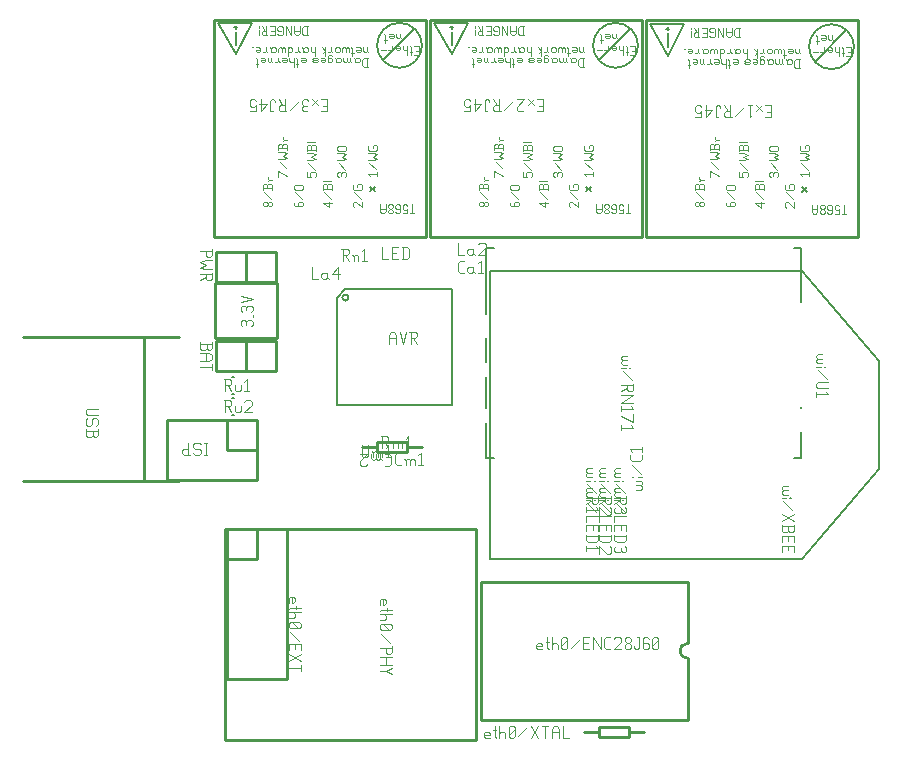
<source format=gbr>
G04 start of page 8 for group -4079 idx -4079 *
G04 Title: (unknown), topsilk *
G04 Creator: pcb 1.99z *
G04 CreationDate: Sat 15 Nov 2014 07:16:51 AM GMT UTC *
G04 For: commonadmin *
G04 Format: Gerber/RS-274X *
G04 PCB-Dimensions (mil): 4500.00 4500.00 *
G04 PCB-Coordinate-Origin: lower left *
%MOIN*%
%FSLAX25Y25*%
%LNTOPSILK*%
%ADD123C,0.0050*%
%ADD122C,0.0040*%
%ADD121C,0.0080*%
%ADD120C,0.0030*%
%ADD119C,0.0060*%
%ADD118C,0.0100*%
G54D118*X64298Y449535D02*Y406031D01*
G54D119*X71500Y447500D02*Y446500D01*
X71000Y447000D02*X72000D01*
X71500Y445500D02*Y441000D01*
Y438000D02*X77000Y448500D01*
X65500D02*X71500Y438000D01*
X65500Y448500D02*X77000D01*
G54D118*X64298Y406070D02*Y377094D01*
X79219D01*
G54D119*X117802Y393826D02*X116227Y392251D01*
X117802D02*X116227Y393826D01*
G54D118*X77014Y377094D02*X122014D01*
X120991D02*X134770D01*
Y406070D02*Y377094D01*
X149014D02*X194014D01*
X136298Y406070D02*Y377094D01*
X151219D01*
G54D119*X275000Y446000D02*X264500Y435500D01*
G54D118*X278750Y449494D02*Y405991D01*
G54D119*X261781Y393786D02*X260207Y392211D01*
X261781D02*X260207Y393786D01*
G54D118*X220994Y377054D02*X265994D01*
X208278D02*X223199D01*
X264970D02*X278750D01*
Y406030D02*Y377054D01*
G54D119*X189802Y393826D02*X188227Y392251D01*
X189802D02*X188227Y393826D01*
G54D118*X192991Y377094D02*X206770D01*
Y406070D02*Y377094D01*
Y449535D02*Y406031D01*
G54D119*X215500Y447000D02*Y446000D01*
X215000Y446500D02*X216000D01*
X215500Y445000D02*Y440500D01*
Y437500D02*X221000Y448000D01*
X209500D02*X215500Y437500D01*
X209500Y448000D02*X221000D01*
G54D118*X208278Y406030D02*Y377054D01*
Y449494D02*Y405991D01*
Y449494D02*X278750D01*
G54D119*X203000Y446500D02*X192500Y436000D01*
G54D118*X134770Y449535D02*Y406031D01*
X64298Y449535D02*X134770D01*
X136298D02*X206770D01*
G54D119*X131000Y446500D02*X120500Y436000D01*
G54D118*X136298Y449535D02*Y406031D01*
G54D119*X143500Y447500D02*Y446500D01*
X143000Y447000D02*X144000D01*
X143500Y445500D02*Y441000D01*
Y438000D02*X149000Y448500D01*
X137500D02*X143500Y438000D01*
X137500Y448500D02*X149000D01*
X270000Y448000D02*G75*G03X262500Y440500I0J-7500D01*G01*
X277500Y440500D02*G75*G03X270000Y448000I-7500J0D01*G01*
Y433000D02*G75*G03X277500Y440500I0J7500D01*G01*
X262500D02*G75*G03X270000Y433000I7500J0D01*G01*
X126000Y448500D02*G75*G03X118500Y441000I0J-7500D01*G01*
X133500Y441000D02*G75*G03X126000Y448500I-7500J0D01*G01*
Y433500D02*G75*G03X133500Y441000I0J7500D01*G01*
X118500D02*G75*G03X126000Y433500I7500J0D01*G01*
X198000Y448500D02*G75*G03X190500Y441000I0J-7500D01*G01*
X205500Y441000D02*G75*G03X198000Y448500I-7500J0D01*G01*
Y433500D02*G75*G03X205500Y441000I0J7500D01*G01*
X190500D02*G75*G03X198000Y433500I7500J0D01*G01*
G54D120*X115125Y436750D02*Y433750D01*
X114150D02*X113625Y434275D01*
Y436225D02*Y434275D01*
X114150Y436750D02*X113625Y436225D01*
X114150Y436750D02*X115500D01*
X114150Y433750D02*X115500D01*
X111600Y435250D02*X111225Y435625D01*
X111600Y435250D02*X112350D01*
X112725Y435625D02*X112350Y435250D01*
X112725Y436375D02*Y435625D01*
Y436375D02*X112350Y436750D01*
X111225Y436375D02*Y435250D01*
Y436375D02*X110850Y436750D01*
X111600D02*X112350D01*
X111600D02*X111225Y436375D01*
X109575Y436750D02*Y435625D01*
X109200Y435250D01*
X108825D02*X109200D01*
X108825D02*X108450Y435625D01*
Y436750D02*Y435625D01*
X108075Y435250D01*
X107700D02*X108075D01*
X107700D02*X107325Y435625D01*
Y436750D02*Y435625D01*
X109950Y435250D02*X109575Y435625D01*
X105300Y435250D02*X104925Y435625D01*
X105300Y435250D02*X106050D01*
X106425Y435625D02*X106050Y435250D01*
X106425Y436375D02*Y435625D01*
Y436375D02*X106050Y436750D01*
X104925Y436375D02*Y435250D01*
Y436375D02*X104550Y436750D01*
X105300D02*X106050D01*
X105300D02*X104925Y436375D01*
X102525Y435250D02*X102150Y435625D01*
X102525Y435250D02*X103275D01*
X103650Y435625D02*X103275Y435250D01*
X103650Y436375D02*Y435625D01*
Y436375D02*X103275Y436750D01*
X102525D02*X103275D01*
X102525D02*X102150Y436375D01*
X103650Y437500D02*X103275Y437875D01*
X102525D02*X103275D01*
X102525D02*X102150Y437500D01*
Y435250D01*
X99750Y436750D02*X100875D01*
X101250Y436375D02*X100875Y436750D01*
X101250Y436375D02*Y435625D01*
X100875Y435250D01*
X100125D02*X100875D01*
X100125D02*X99750Y435625D01*
Y436000D02*X101250D01*
X99750D02*Y435625D01*
X97350Y436750D02*X98475D01*
X97350D02*X96975Y436375D01*
X97350Y436000D02*X96975Y436375D01*
X97350Y436000D02*X98475D01*
X98850Y435625D02*X98475Y436000D01*
X98850Y435625D02*X98475Y435250D01*
X97350D02*X98475D01*
X97350D02*X96975Y435625D01*
X98850Y436375D02*X98475Y436750D01*
X93225D02*X94350D01*
X94725Y436375D02*X94350Y436750D01*
X94725Y436375D02*Y435625D01*
X94350Y435250D01*
X93600D02*X94350D01*
X93600D02*X93225Y435625D01*
Y436000D02*X94725D01*
X93225D02*Y435625D01*
X91950Y436375D02*Y433750D01*
Y436375D02*X91575Y436750D01*
Y434875D02*X92325D01*
X90825Y436750D02*Y433750D01*
Y435625D02*X90450Y435250D01*
X89700D02*X90450D01*
X89700D02*X89325Y435625D01*
Y436750D02*Y435625D01*
X86925Y436750D02*X88050D01*
X88425Y436375D02*X88050Y436750D01*
X88425Y436375D02*Y435625D01*
X88050Y435250D01*
X87300D02*X88050D01*
X87300D02*X86925Y435625D01*
Y436000D02*X88425D01*
X86925D02*Y435625D01*
X85650Y436750D02*Y435625D01*
X85275Y435250D01*
X84525D02*X85275D01*
X86025D02*X85650Y435625D01*
X83250Y436750D02*Y435625D01*
X82875Y435250D01*
X82500D02*X82875D01*
X82500D02*X82125Y435625D01*
Y436750D02*Y435625D01*
X83625Y435250D02*X83250Y435625D01*
X79725Y436750D02*X80850D01*
X81225Y436375D02*X80850Y436750D01*
X81225Y436375D02*Y435625D01*
X80850Y435250D01*
X80100D02*X80850D01*
X80100D02*X79725Y435625D01*
Y436000D02*X81225D01*
X79725D02*Y435625D01*
X78450Y436375D02*Y433750D01*
Y436375D02*X78075Y436750D01*
Y434875D02*X78825D01*
X259125Y439750D02*Y438625D01*
X258750Y438250D01*
X258375D02*X258750D01*
X258375D02*X258000Y438625D01*
Y439750D02*Y438625D01*
X259500Y438250D02*X259125Y438625D01*
X255600Y439750D02*X256725D01*
X257100Y439375D02*X256725Y439750D01*
X257100Y439375D02*Y438625D01*
X256725Y438250D01*
X255975D02*X256725D01*
X255975D02*X255600Y438625D01*
Y439000D02*X257100D01*
X255600D02*Y438625D01*
X254325Y439375D02*Y436750D01*
Y439375D02*X253950Y439750D01*
Y437875D02*X254700D01*
X253200Y439375D02*Y438250D01*
Y439375D02*X252825Y439750D01*
X252450D02*X252825D01*
X252450D02*X252075Y439375D01*
Y438250D01*
Y439375D02*X251700Y439750D01*
X251325D02*X251700D01*
X251325D02*X250950Y439375D01*
Y438250D01*
X250050Y439375D02*Y438625D01*
X249675Y438250D01*
X248925D02*X249675D01*
X248925D02*X248550Y438625D01*
Y439375D02*Y438625D01*
X248925Y439750D02*X248550Y439375D01*
X248925Y439750D02*X249675D01*
X250050Y439375D02*X249675Y439750D01*
X247275D02*Y438625D01*
X246900Y438250D01*
X246150D02*X246900D01*
X247650D02*X247275Y438625D01*
X245250Y439750D02*Y436750D01*
Y438625D02*X244125Y439750D01*
X245250Y438625D02*X244500Y437875D01*
X241875Y439750D02*Y436750D01*
Y438625D02*X241500Y438250D01*
X240750D02*X241500D01*
X240750D02*X240375Y438625D01*
Y439750D02*Y438625D01*
X238350Y438250D02*X237975Y438625D01*
X238350Y438250D02*X239100D01*
X239475Y438625D02*X239100Y438250D01*
X239475Y439375D02*Y438625D01*
Y439375D02*X239100Y439750D01*
X237975Y439375D02*Y438250D01*
Y439375D02*X237600Y439750D01*
X238350D02*X239100D01*
X238350D02*X237975Y439375D01*
X236325Y439750D02*Y438625D01*
X235950Y438250D01*
X235200D02*X235950D01*
X236700D02*X236325Y438625D01*
X232800Y439750D02*Y436750D01*
X233175Y439750D02*X232800Y439375D01*
X233175Y439750D02*X233925D01*
X234300Y439375D02*X233925Y439750D01*
X234300Y439375D02*Y438625D01*
X233925Y438250D01*
X233175D02*X233925D01*
X233175D02*X232800Y438625D01*
X231900Y439375D02*Y438250D01*
Y439375D02*X231525Y439750D01*
X231150D02*X231525D01*
X231150D02*X230775Y439375D01*
Y438250D01*
Y439375D02*X230400Y439750D01*
X230025D02*X230400D01*
X230025D02*X229650Y439375D01*
Y438250D01*
X227625D02*X227250Y438625D01*
X227625Y438250D02*X228375D01*
X228750Y438625D02*X228375Y438250D01*
X228750Y439375D02*Y438625D01*
Y439375D02*X228375Y439750D01*
X227250Y439375D02*Y438250D01*
Y439375D02*X226875Y439750D01*
X227625D02*X228375D01*
X227625D02*X227250Y439375D01*
X225600Y439750D02*Y438625D01*
X225225Y438250D01*
X224475D02*X225225D01*
X225975D02*X225600Y438625D01*
X222075Y439750D02*X223200D01*
X223575Y439375D02*X223200Y439750D01*
X223575Y439375D02*Y438625D01*
X223200Y438250D01*
X222450D02*X223200D01*
X222450D02*X222075Y438625D01*
Y439000D02*X223575D01*
X222075D02*Y438625D01*
X220800Y439750D02*X221175D01*
X259125Y436250D02*Y433250D01*
X258150D02*X257625Y433775D01*
Y435725D02*Y433775D01*
X258150Y436250D02*X257625Y435725D01*
X258150Y436250D02*X259500D01*
X258150Y433250D02*X259500D01*
X255600Y434750D02*X255225Y435125D01*
X255600Y434750D02*X256350D01*
X256725Y435125D02*X256350Y434750D01*
X256725Y435875D02*Y435125D01*
Y435875D02*X256350Y436250D01*
X255225Y435875D02*Y434750D01*
Y435875D02*X254850Y436250D01*
X255600D02*X256350D01*
X255600D02*X255225Y435875D01*
X253575Y436250D02*Y435125D01*
X253200Y434750D01*
X252825D02*X253200D01*
X252825D02*X252450Y435125D01*
Y436250D02*Y435125D01*
X252075Y434750D01*
X251700D02*X252075D01*
X251700D02*X251325Y435125D01*
Y436250D02*Y435125D01*
X253950Y434750D02*X253575Y435125D01*
X249300Y434750D02*X248925Y435125D01*
X249300Y434750D02*X250050D01*
X250425Y435125D02*X250050Y434750D01*
X250425Y435875D02*Y435125D01*
Y435875D02*X250050Y436250D01*
X248925Y435875D02*Y434750D01*
Y435875D02*X248550Y436250D01*
X249300D02*X250050D01*
X249300D02*X248925Y435875D01*
X246525Y434750D02*X246150Y435125D01*
X246525Y434750D02*X247275D01*
X247650Y435125D02*X247275Y434750D01*
X247650Y435875D02*Y435125D01*
Y435875D02*X247275Y436250D01*
X246525D02*X247275D01*
X246525D02*X246150Y435875D01*
X247650Y437000D02*X247275Y437375D01*
X246525D02*X247275D01*
X246525D02*X246150Y437000D01*
Y434750D01*
X243750Y436250D02*X244875D01*
X245250Y435875D02*X244875Y436250D01*
X245250Y435875D02*Y435125D01*
X244875Y434750D01*
X244125D02*X244875D01*
X244125D02*X243750Y435125D01*
Y435500D02*X245250D01*
X243750D02*Y435125D01*
X241350Y436250D02*X242475D01*
X241350D02*X240975Y435875D01*
X241350Y435500D02*X240975Y435875D01*
X241350Y435500D02*X242475D01*
X242850Y435125D02*X242475Y435500D01*
X242850Y435125D02*X242475Y434750D01*
X241350D02*X242475D01*
X241350D02*X240975Y435125D01*
X242850Y435875D02*X242475Y436250D01*
X237225D02*X238350D01*
X238725Y435875D02*X238350Y436250D01*
X238725Y435875D02*Y435125D01*
X238350Y434750D01*
X237600D02*X238350D01*
X237600D02*X237225Y435125D01*
Y435500D02*X238725D01*
X237225D02*Y435125D01*
X235950Y435875D02*Y433250D01*
Y435875D02*X235575Y436250D01*
Y434375D02*X236325D01*
X234825Y436250D02*Y433250D01*
Y435125D02*X234450Y434750D01*
X233700D02*X234450D01*
X233700D02*X233325Y435125D01*
Y436250D02*Y435125D01*
X230925Y436250D02*X232050D01*
X232425Y435875D02*X232050Y436250D01*
X232425Y435875D02*Y435125D01*
X232050Y434750D01*
X231300D02*X232050D01*
X231300D02*X230925Y435125D01*
Y435500D02*X232425D01*
X230925D02*Y435125D01*
X229650Y436250D02*Y435125D01*
X229275Y434750D01*
X228525D02*X229275D01*
X230025D02*X229650Y435125D01*
X227250Y436250D02*Y435125D01*
X226875Y434750D01*
X226500D02*X226875D01*
X226500D02*X226125Y435125D01*
Y436250D02*Y435125D01*
X227625Y434750D02*X227250Y435125D01*
X223725Y436250D02*X224850D01*
X225225Y435875D02*X224850Y436250D01*
X225225Y435875D02*Y435125D01*
X224850Y434750D01*
X224100D02*X224850D01*
X224100D02*X223725Y435125D01*
Y435500D02*X225225D01*
X223725D02*Y435125D01*
X222450Y435875D02*Y433250D01*
Y435875D02*X222075Y436250D01*
Y434375D02*X222825D01*
X187125Y436750D02*Y433750D01*
X186150D02*X185625Y434275D01*
Y436225D02*Y434275D01*
X186150Y436750D02*X185625Y436225D01*
X186150Y436750D02*X187500D01*
X186150Y433750D02*X187500D01*
X183600Y435250D02*X183225Y435625D01*
X183600Y435250D02*X184350D01*
X184725Y435625D02*X184350Y435250D01*
X184725Y436375D02*Y435625D01*
Y436375D02*X184350Y436750D01*
X183225Y436375D02*Y435250D01*
Y436375D02*X182850Y436750D01*
X183600D02*X184350D01*
X183600D02*X183225Y436375D01*
X181575Y436750D02*Y435625D01*
X181200Y435250D01*
X180825D02*X181200D01*
X180825D02*X180450Y435625D01*
Y436750D02*Y435625D01*
X180075Y435250D01*
X179700D02*X180075D01*
X179700D02*X179325Y435625D01*
Y436750D02*Y435625D01*
X181950Y435250D02*X181575Y435625D01*
X177300Y435250D02*X176925Y435625D01*
X177300Y435250D02*X178050D01*
X178425Y435625D02*X178050Y435250D01*
X178425Y436375D02*Y435625D01*
Y436375D02*X178050Y436750D01*
X176925Y436375D02*Y435250D01*
Y436375D02*X176550Y436750D01*
X177300D02*X178050D01*
X177300D02*X176925Y436375D01*
X174525Y435250D02*X174150Y435625D01*
X174525Y435250D02*X175275D01*
X175650Y435625D02*X175275Y435250D01*
X175650Y436375D02*Y435625D01*
Y436375D02*X175275Y436750D01*
X174525D02*X175275D01*
X174525D02*X174150Y436375D01*
X175650Y437500D02*X175275Y437875D01*
X174525D02*X175275D01*
X174525D02*X174150Y437500D01*
Y435250D01*
X171750Y436750D02*X172875D01*
X173250Y436375D02*X172875Y436750D01*
X173250Y436375D02*Y435625D01*
X172875Y435250D01*
X172125D02*X172875D01*
X172125D02*X171750Y435625D01*
Y436000D02*X173250D01*
X171750D02*Y435625D01*
X169350Y436750D02*X170475D01*
X169350D02*X168975Y436375D01*
X169350Y436000D02*X168975Y436375D01*
X169350Y436000D02*X170475D01*
X170850Y435625D02*X170475Y436000D01*
X170850Y435625D02*X170475Y435250D01*
X169350D02*X170475D01*
X169350D02*X168975Y435625D01*
X170850Y436375D02*X170475Y436750D01*
X165225D02*X166350D01*
X166725Y436375D02*X166350Y436750D01*
X166725Y436375D02*Y435625D01*
X166350Y435250D01*
X165600D02*X166350D01*
X165600D02*X165225Y435625D01*
Y436000D02*X166725D01*
X165225D02*Y435625D01*
X163950Y436375D02*Y433750D01*
Y436375D02*X163575Y436750D01*
Y434875D02*X164325D01*
X162825Y436750D02*Y433750D01*
Y435625D02*X162450Y435250D01*
X161700D02*X162450D01*
X161700D02*X161325Y435625D01*
Y436750D02*Y435625D01*
X158925Y436750D02*X160050D01*
X160425Y436375D02*X160050Y436750D01*
X160425Y436375D02*Y435625D01*
X160050Y435250D01*
X159300D02*X160050D01*
X159300D02*X158925Y435625D01*
Y436000D02*X160425D01*
X158925D02*Y435625D01*
X157650Y436750D02*Y435625D01*
X157275Y435250D01*
X156525D02*X157275D01*
X158025D02*X157650Y435625D01*
X155250Y436750D02*Y435625D01*
X154875Y435250D01*
X154500D02*X154875D01*
X154500D02*X154125Y435625D01*
Y436750D02*Y435625D01*
X155625Y435250D02*X155250Y435625D01*
X151725Y436750D02*X152850D01*
X153225Y436375D02*X152850Y436750D01*
X153225Y436375D02*Y435625D01*
X152850Y435250D01*
X152100D02*X152850D01*
X152100D02*X151725Y435625D01*
Y436000D02*X153225D01*
X151725D02*Y435625D01*
X150450Y436375D02*Y433750D01*
Y436375D02*X150075Y436750D01*
Y434875D02*X150825D01*
X182816Y386936D02*X182441Y387311D01*
Y388436D02*Y387311D01*
Y388436D02*X182816Y388811D01*
X183566D01*
X185441Y386936D02*X183566Y388811D01*
X185441D02*Y386936D01*
X185066Y389711D02*X182816Y391961D01*
X182441Y394361D02*X182816Y394736D01*
X182441Y394361D02*Y393236D01*
X182816Y392861D02*X182441Y393236D01*
X182816Y392861D02*X185066D01*
X185441Y393236D01*
Y394361D02*Y393236D01*
Y394361D02*X185066Y394736D01*
X184316D02*X185066D01*
X183941Y394361D02*X184316Y394736D01*
X183941Y394361D02*Y393611D01*
X174474Y386936D02*X172599Y388436D01*
X174474Y388811D02*Y386936D01*
X172599Y388436D02*X175599D01*
X175224Y389711D02*X172974Y391961D01*
X175599Y394361D02*Y392861D01*
Y394361D02*X175224Y394736D01*
X174324D02*X175224D01*
X173949Y394361D02*X174324Y394736D01*
X173949Y394361D02*Y393236D01*
X172599D02*X175599D01*
X172599Y394361D02*Y392861D01*
Y394361D02*X172974Y394736D01*
X173574D01*
X173949Y394361D02*X173574Y394736D01*
X172599Y395636D02*X175224D01*
X175599Y396011D01*
X162756Y388455D02*X163131Y388830D01*
X162756Y388455D02*Y387705D01*
X163131Y387330D02*X162756Y387705D01*
X163131Y387330D02*X165381D01*
X165756Y387705D01*
X164106Y388455D02*X164481Y388830D01*
X164106Y388455D02*Y387330D01*
X165756Y388455D02*Y387705D01*
Y388455D02*X165381Y388830D01*
X164481D02*X165381D01*
Y389730D02*X163131Y391980D01*
Y392880D02*X165381D01*
X163131D02*X162756Y393255D01*
Y394005D02*Y393255D01*
Y394005D02*X163131Y394380D01*
X165381D01*
X165756Y394005D02*X165381Y394380D01*
X165756Y394005D02*Y393255D01*
X165381Y392880D02*X165756Y393255D01*
X155145Y387330D02*X155520Y387705D01*
X154545Y387330D02*X155145D01*
X154545D02*X154020Y387855D01*
Y388305D02*Y387855D01*
Y388305D02*X154545Y388830D01*
X155145D01*
X155520Y388455D02*X155145Y388830D01*
X155520Y388455D02*Y387705D01*
X153495Y387330D02*X154020Y387855D01*
X152895Y387330D02*X153495D01*
X152895D02*X152520Y387705D01*
Y388455D02*Y387705D01*
Y388455D02*X152895Y388830D01*
X153495D01*
X154020Y388305D02*X153495Y388830D01*
X155145Y389730D02*X152895Y391980D01*
X155520Y394380D02*Y392880D01*
Y394380D02*X155145Y394755D01*
X154245D02*X155145D01*
X153870Y394380D02*X154245Y394755D01*
X153870Y394380D02*Y393255D01*
X152520D02*X155520D01*
X152520Y394380D02*Y392880D01*
Y394380D02*X152895Y394755D01*
X153495D01*
X153870Y394380D02*X153495Y394755D01*
X154395Y396030D02*X155520D01*
X154395D02*X154020Y396405D01*
Y397155D02*Y396405D01*
Y395655D02*X154395Y396030D01*
X160638Y397547D02*X157638Y399047D01*
Y397172D01*
X160263Y399947D02*X158013Y402197D01*
X157638Y403097D02*X159138D01*
X160638Y403472D01*
X159138Y404222D01*
X160638Y404972D01*
X159138Y405347D01*
X157638D02*X159138D01*
X160638Y407747D02*Y406247D01*
Y407747D02*X160263Y408122D01*
X159363D02*X160263D01*
X158988Y407747D02*X159363Y408122D01*
X158988Y407747D02*Y406622D01*
X157638D02*X160638D01*
X157638Y407747D02*Y406247D01*
Y407747D02*X158013Y408122D01*
X158613D01*
X158988Y407747D02*X158613Y408122D01*
X159513Y409397D02*X160638D01*
X159513D02*X159138Y409772D01*
Y410522D02*Y409772D01*
Y409022D02*X159513Y409397D01*
X187125Y440250D02*Y439125D01*
X186750Y438750D01*
X186375D02*X186750D01*
X186375D02*X186000Y439125D01*
Y440250D02*Y439125D01*
X187500Y438750D02*X187125Y439125D01*
X183600Y440250D02*X184725D01*
X185100Y439875D02*X184725Y440250D01*
X185100Y439875D02*Y439125D01*
X184725Y438750D01*
X183975D02*X184725D01*
X183975D02*X183600Y439125D01*
Y439500D02*X185100D01*
X183600D02*Y439125D01*
X182325Y439875D02*Y437250D01*
Y439875D02*X181950Y440250D01*
Y438375D02*X182700D01*
X181200Y439875D02*Y438750D01*
Y439875D02*X180825Y440250D01*
X180450D02*X180825D01*
X180450D02*X180075Y439875D01*
Y438750D01*
Y439875D02*X179700Y440250D01*
X179325D02*X179700D01*
X179325D02*X178950Y439875D01*
Y438750D01*
X178050Y439875D02*Y439125D01*
X177675Y438750D01*
X176925D02*X177675D01*
X176925D02*X176550Y439125D01*
Y439875D02*Y439125D01*
X176925Y440250D02*X176550Y439875D01*
X176925Y440250D02*X177675D01*
X178050Y439875D02*X177675Y440250D01*
X175275D02*Y439125D01*
X174900Y438750D01*
X174150D02*X174900D01*
X175650D02*X175275Y439125D01*
X173250Y440250D02*Y437250D01*
Y439125D02*X172125Y440250D01*
X173250Y439125D02*X172500Y438375D01*
X169875Y440250D02*Y437250D01*
Y439125D02*X169500Y438750D01*
X168750D02*X169500D01*
X168750D02*X168375Y439125D01*
Y440250D02*Y439125D01*
X166350Y438750D02*X165975Y439125D01*
X166350Y438750D02*X167100D01*
X167475Y439125D02*X167100Y438750D01*
X167475Y439875D02*Y439125D01*
Y439875D02*X167100Y440250D01*
X165975Y439875D02*Y438750D01*
Y439875D02*X165600Y440250D01*
X166350D02*X167100D01*
X166350D02*X165975Y439875D01*
X164325Y440250D02*Y439125D01*
X163950Y438750D01*
X163200D02*X163950D01*
X164700D02*X164325Y439125D01*
X160800Y440250D02*Y437250D01*
X161175Y440250D02*X160800Y439875D01*
X161175Y440250D02*X161925D01*
X162300Y439875D02*X161925Y440250D01*
X162300Y439875D02*Y439125D01*
X161925Y438750D01*
X161175D02*X161925D01*
X161175D02*X160800Y439125D01*
X159900Y439875D02*Y438750D01*
Y439875D02*X159525Y440250D01*
X159150D02*X159525D01*
X159150D02*X158775Y439875D01*
Y438750D01*
Y439875D02*X158400Y440250D01*
X158025D02*X158400D01*
X158025D02*X157650Y439875D01*
Y438750D01*
X155625D02*X155250Y439125D01*
X155625Y438750D02*X156375D01*
X156750Y439125D02*X156375Y438750D01*
X156750Y439875D02*Y439125D01*
Y439875D02*X156375Y440250D01*
X155250Y439875D02*Y438750D01*
Y439875D02*X154875Y440250D01*
X155625D02*X156375D01*
X155625D02*X155250Y439875D01*
X153600Y440250D02*Y439125D01*
X153225Y438750D01*
X152475D02*X153225D01*
X153975D02*X153600Y439125D01*
X150075Y440250D02*X151200D01*
X151575Y439875D02*X151200Y440250D01*
X151575Y439875D02*Y439125D01*
X151200Y438750D01*
X150450D02*X151200D01*
X150450D02*X150075Y439125D01*
Y439500D02*X151575D01*
X150075D02*Y439125D01*
X148800Y440250D02*X149175D01*
X102474Y386936D02*X100599Y388436D01*
X102474Y388811D02*Y386936D01*
X100599Y388436D02*X103599D01*
X103224Y389711D02*X100974Y391961D01*
X103599Y394361D02*Y392861D01*
Y394361D02*X103224Y394736D01*
X102324D02*X103224D01*
X101949Y394361D02*X102324Y394736D01*
X101949Y394361D02*Y393236D01*
X100599D02*X103599D01*
X100599Y394361D02*Y392861D01*
Y394361D02*X100974Y394736D01*
X101574D01*
X101949Y394361D02*X101574Y394736D01*
X100599Y395636D02*X103224D01*
X103599Y396011D01*
X95087Y398672D02*Y397172D01*
X96587D01*
X96212Y397547D01*
Y398297D02*Y397547D01*
Y398297D02*X96587Y398672D01*
X97712D01*
X98087Y398297D02*X97712Y398672D01*
X98087Y398297D02*Y397547D01*
X97712Y397172D02*X98087Y397547D01*
X97712Y399572D02*X95462Y401822D01*
X95087Y402722D02*X96587D01*
X98087Y403097D01*
X96587Y403847D01*
X98087Y404597D01*
X96587Y404972D01*
X95087D02*X96587D01*
X98087Y407372D02*Y405872D01*
Y407372D02*X97712Y407747D01*
X96812D02*X97712D01*
X96437Y407372D02*X96812Y407747D01*
X96437Y407372D02*Y406247D01*
X95087D02*X98087D01*
X95087Y407372D02*Y405872D01*
Y407372D02*X95462Y407747D01*
X96062D01*
X96437Y407372D02*X96062Y407747D01*
X95087Y408647D02*X97712D01*
X98087Y409022D01*
X90756Y388455D02*X91131Y388830D01*
X90756Y388455D02*Y387705D01*
X91131Y387330D02*X90756Y387705D01*
X91131Y387330D02*X93381D01*
X93756Y387705D01*
X92106Y388455D02*X92481Y388830D01*
X92106Y388455D02*Y387330D01*
X93756Y388455D02*Y387705D01*
Y388455D02*X93381Y388830D01*
X92481D02*X93381D01*
Y389730D02*X91131Y391980D01*
Y392880D02*X93381D01*
X91131D02*X90756Y393255D01*
Y394005D02*Y393255D01*
Y394005D02*X91131Y394380D01*
X93381D01*
X93756Y394005D02*X93381Y394380D01*
X93756Y394005D02*Y393255D01*
X93381Y392880D02*X93756Y393255D01*
X83145Y387330D02*X83520Y387705D01*
X82545Y387330D02*X83145D01*
X82545D02*X82020Y387855D01*
Y388305D02*Y387855D01*
Y388305D02*X82545Y388830D01*
X83145D01*
X83520Y388455D02*X83145Y388830D01*
X83520Y388455D02*Y387705D01*
X81495Y387330D02*X82020Y387855D01*
X80895Y387330D02*X81495D01*
X80895D02*X80520Y387705D01*
Y388455D02*Y387705D01*
Y388455D02*X80895Y388830D01*
X81495D01*
X82020Y388305D02*X81495Y388830D01*
X83145Y389730D02*X80895Y391980D01*
X83520Y394380D02*Y392880D01*
Y394380D02*X83145Y394755D01*
X82245D02*X83145D01*
X81870Y394380D02*X82245Y394755D01*
X81870Y394380D02*Y393255D01*
X80520D02*X83520D01*
X80520Y394380D02*Y392880D01*
Y394380D02*X80895Y394755D01*
X81495D01*
X81870Y394380D02*X81495Y394755D01*
X82395Y396030D02*X83520D01*
X82395D02*X82020Y396405D01*
Y397155D02*Y396405D01*
Y395655D02*X82395Y396030D01*
X116159Y397566D02*X115559Y398166D01*
X118559D01*
Y398691D02*Y397566D01*
X118184Y399591D02*X115934Y401841D01*
X115559Y402741D02*X117059D01*
X118559Y403116D01*
X117059Y403866D01*
X118559Y404616D01*
X117059Y404991D01*
X115559D02*X117059D01*
X115559Y407391D02*X115934Y407766D01*
X115559Y407391D02*Y406266D01*
X115934Y405891D02*X115559Y406266D01*
X115934Y405891D02*X118184D01*
X118559Y406266D01*
Y407391D02*Y406266D01*
Y407391D02*X118184Y407766D01*
X117434D02*X118184D01*
X117059Y407391D02*X117434Y407766D01*
X117059Y407391D02*Y406641D01*
X110816Y386936D02*X110441Y387311D01*
Y388436D02*Y387311D01*
Y388436D02*X110816Y388811D01*
X111566D01*
X113441Y386936D02*X111566Y388811D01*
X113441D02*Y386936D01*
X113066Y389711D02*X110816Y391961D01*
X110441Y394361D02*X110816Y394736D01*
X110441Y394361D02*Y393236D01*
X110816Y392861D02*X110441Y393236D01*
X110816Y392861D02*X113066D01*
X113441Y393236D01*
Y394361D02*Y393236D01*
Y394361D02*X113066Y394736D01*
X112316D02*X113066D01*
X111941Y394361D02*X112316Y394736D01*
X111941Y394361D02*Y393611D01*
X105698Y397172D02*X105323Y397547D01*
Y398297D02*Y397547D01*
Y398297D02*X105698Y398672D01*
X108323Y398297D02*X107948Y398672D01*
X108323Y398297D02*Y397547D01*
X107948Y397172D02*X108323Y397547D01*
X106673Y398297D02*Y397547D01*
X105698Y398672D02*X106298D01*
X107048D02*X107948D01*
X107048D02*X106673Y398297D01*
X106298Y398672D02*X106673Y398297D01*
X107948Y399572D02*X105698Y401822D01*
X105323Y402722D02*X106823D01*
X108323Y403097D01*
X106823Y403847D01*
X108323Y404597D01*
X106823Y404972D01*
X105323D02*X106823D01*
X105698Y405872D02*X107948D01*
X105698D02*X105323Y406247D01*
Y406997D02*Y406247D01*
Y406997D02*X105698Y407372D01*
X107948D01*
X108323Y406997D02*X107948Y407372D01*
X108323Y406997D02*Y406247D01*
X107948Y405872D02*X108323Y406247D01*
X88638Y397547D02*X85638Y399047D01*
Y397172D01*
X88263Y399947D02*X86013Y402197D01*
X85638Y403097D02*X87138D01*
X88638Y403472D01*
X87138Y404222D01*
X88638Y404972D01*
X87138Y405347D01*
X85638D02*X87138D01*
X88638Y407747D02*Y406247D01*
Y407747D02*X88263Y408122D01*
X87363D02*X88263D01*
X86988Y407747D02*X87363Y408122D01*
X86988Y407747D02*Y406622D01*
X85638D02*X88638D01*
X85638Y407747D02*Y406247D01*
Y407747D02*X86013Y408122D01*
X86613D01*
X86988Y407747D02*X86613Y408122D01*
X87513Y409397D02*X88638D01*
X87513D02*X87138Y409772D01*
Y410522D02*Y409772D01*
Y409022D02*X87513Y409397D01*
X129451Y384930D02*X130951D01*
X130201Y387930D02*Y384930D01*
X127051D02*X128551D01*
Y386430D02*Y384930D01*
Y386430D02*X128176Y386055D01*
X127426D02*X128176D01*
X127426D02*X127051Y386430D01*
Y387555D02*Y386430D01*
X127426Y387930D02*X127051Y387555D01*
X127426Y387930D02*X128176D01*
X128551Y387555D02*X128176Y387930D01*
X125026Y384930D02*X124651Y385305D01*
X125026Y384930D02*X125776D01*
X126151Y385305D02*X125776Y384930D01*
X126151Y387555D02*Y385305D01*
Y387555D02*X125776Y387930D01*
X125026Y386280D02*X124651Y386655D01*
X125026Y386280D02*X126151D01*
X125026Y387930D02*X125776D01*
X125026D02*X124651Y387555D01*
Y386655D01*
X123751Y387555D02*X123376Y387930D01*
X123751Y387555D02*Y386955D01*
X123226Y386430D01*
X122776D02*X123226D01*
X122776D02*X122251Y386955D01*
Y387555D02*Y386955D01*
X122626Y387930D02*X122251Y387555D01*
X122626Y387930D02*X123376D01*
X123751Y385905D02*X123226Y386430D01*
X123751Y385905D02*Y385305D01*
X123376Y384930D01*
X122626D02*X123376D01*
X122626D02*X122251Y385305D01*
Y385905D02*Y385305D01*
X122776Y386430D02*X122251Y385905D01*
X121351Y387930D02*Y385680D01*
X120826Y384930D01*
X120001D02*X120826D01*
X120001D02*X119476Y385680D01*
Y387930D02*Y385680D01*
Y386430D02*X121351D01*
X115125Y440250D02*Y439125D01*
X114750Y438750D01*
X114375D02*X114750D01*
X114375D02*X114000Y439125D01*
Y440250D02*Y439125D01*
X115500Y438750D02*X115125Y439125D01*
X111600Y440250D02*X112725D01*
X113100Y439875D02*X112725Y440250D01*
X113100Y439875D02*Y439125D01*
X112725Y438750D01*
X111975D02*X112725D01*
X111975D02*X111600Y439125D01*
Y439500D02*X113100D01*
X111600D02*Y439125D01*
X110325Y439875D02*Y437250D01*
Y439875D02*X109950Y440250D01*
Y438375D02*X110700D01*
X109200Y439875D02*Y438750D01*
Y439875D02*X108825Y440250D01*
X108450D02*X108825D01*
X108450D02*X108075Y439875D01*
Y438750D01*
Y439875D02*X107700Y440250D01*
X107325D02*X107700D01*
X107325D02*X106950Y439875D01*
Y438750D01*
X106050Y439875D02*Y439125D01*
X105675Y438750D01*
X104925D02*X105675D01*
X104925D02*X104550Y439125D01*
Y439875D02*Y439125D01*
X104925Y440250D02*X104550Y439875D01*
X104925Y440250D02*X105675D01*
X106050Y439875D02*X105675Y440250D01*
X103275D02*Y439125D01*
X102900Y438750D01*
X102150D02*X102900D01*
X103650D02*X103275Y439125D01*
X101250Y440250D02*Y437250D01*
Y439125D02*X100125Y440250D01*
X101250Y439125D02*X100500Y438375D01*
X97875Y440250D02*Y437250D01*
Y439125D02*X97500Y438750D01*
X96750D02*X97500D01*
X96750D02*X96375Y439125D01*
Y440250D02*Y439125D01*
X94350Y438750D02*X93975Y439125D01*
X94350Y438750D02*X95100D01*
X95475Y439125D02*X95100Y438750D01*
X95475Y439875D02*Y439125D01*
Y439875D02*X95100Y440250D01*
X93975Y439875D02*Y438750D01*
Y439875D02*X93600Y440250D01*
X94350D02*X95100D01*
X94350D02*X93975Y439875D01*
X92325Y440250D02*Y439125D01*
X91950Y438750D01*
X91200D02*X91950D01*
X92700D02*X92325Y439125D01*
X88800Y440250D02*Y437250D01*
X89175Y440250D02*X88800Y439875D01*
X89175Y440250D02*X89925D01*
X90300Y439875D02*X89925Y440250D01*
X90300Y439875D02*Y439125D01*
X89925Y438750D01*
X89175D02*X89925D01*
X89175D02*X88800Y439125D01*
X87900Y439875D02*Y438750D01*
Y439875D02*X87525Y440250D01*
X87150D02*X87525D01*
X87150D02*X86775Y439875D01*
Y438750D01*
Y439875D02*X86400Y440250D01*
X86025D02*X86400D01*
X86025D02*X85650Y439875D01*
Y438750D01*
X83625D02*X83250Y439125D01*
X83625Y438750D02*X84375D01*
X84750Y439125D02*X84375Y438750D01*
X84750Y439875D02*Y439125D01*
Y439875D02*X84375Y440250D01*
X83250Y439875D02*Y438750D01*
Y439875D02*X82875Y440250D01*
X83625D02*X84375D01*
X83625D02*X83250Y439875D01*
X81600Y440250D02*Y439125D01*
X81225Y438750D01*
X80475D02*X81225D01*
X81975D02*X81600Y439125D01*
X78075Y440250D02*X79200D01*
X79575Y439875D02*X79200Y440250D01*
X79575Y439875D02*Y439125D01*
X79200Y438750D01*
X78450D02*X79200D01*
X78450D02*X78075Y439125D01*
Y439500D02*X79575D01*
X78075D02*Y439125D01*
X76800Y440250D02*X77175D01*
X95125Y447250D02*Y444250D01*
X94150D02*X93625Y444775D01*
Y446725D02*Y444775D01*
X94150Y447250D02*X93625Y446725D01*
X94150Y447250D02*X95500D01*
X94150Y444250D02*X95500D01*
X92725Y447250D02*Y445000D01*
X92200Y444250D01*
X91375D02*X92200D01*
X91375D02*X90850Y445000D01*
Y447250D02*Y445000D01*
Y445750D02*X92725D01*
X89950Y447250D02*Y444250D01*
X88075Y447250D01*
Y444250D01*
X85675D02*X85300Y444625D01*
X85675Y444250D02*X86800D01*
X87175Y444625D02*X86800Y444250D01*
X87175Y446875D02*Y444625D01*
Y446875D02*X86800Y447250D01*
X85675D02*X86800D01*
X85675D02*X85300Y446875D01*
Y446125D01*
X85675Y445750D02*X85300Y446125D01*
X85675Y445750D02*X86425D01*
X83275Y445600D02*X84400D01*
X82900Y447250D02*X84400D01*
Y444250D01*
X82900D02*X84400D01*
X80500D02*X82000D01*
X80500D02*X80125Y444625D01*
Y445375D02*Y444625D01*
X80500Y445750D02*X80125Y445375D01*
X80500Y445750D02*X81625D01*
Y447250D02*Y444250D01*
X81025Y445750D02*X80125Y447250D01*
X79225D02*Y446875D01*
Y446125D02*Y444250D01*
X126125Y444750D02*Y443625D01*
X125750Y443250D01*
X125375D02*X125750D01*
X125375D02*X125000Y443625D01*
Y444750D02*Y443625D01*
X126500Y443250D02*X126125Y443625D01*
X122600Y444750D02*X123725D01*
X124100Y444375D02*X123725Y444750D01*
X124100Y444375D02*Y443625D01*
X123725Y443250D01*
X122975D02*X123725D01*
X122975D02*X122600Y443625D01*
Y444000D02*X124100D01*
X122600D02*Y443625D01*
X121325Y444375D02*Y441750D01*
Y444375D02*X120950Y444750D01*
Y442875D02*X121700D01*
X131375Y439100D02*X132500D01*
X131000Y440750D02*X132500D01*
Y437750D01*
X131000D02*X132500D01*
X129725Y440375D02*Y437750D01*
Y440375D02*X129350Y440750D01*
Y438875D02*X130100D01*
X128600Y440750D02*Y437750D01*
Y439625D02*X128225Y439250D01*
X127475D02*X128225D01*
X127475D02*X127100Y439625D01*
Y440750D02*Y439625D01*
X124700Y440750D02*X125825D01*
X126200Y440375D02*X125825Y440750D01*
X126200Y440375D02*Y439625D01*
X125825Y439250D01*
X125075D02*X125825D01*
X125075D02*X124700Y439625D01*
Y440000D02*X126200D01*
X124700D02*Y439625D01*
X123425Y440750D02*Y439625D01*
X123050Y439250D01*
X122300D02*X123050D01*
X123800D02*X123425Y439625D01*
X119900Y439250D02*X121400D01*
X239125Y446750D02*Y443750D01*
X238150D02*X237625Y444275D01*
Y446225D02*Y444275D01*
X238150Y446750D02*X237625Y446225D01*
X238150Y446750D02*X239500D01*
X238150Y443750D02*X239500D01*
X236725Y446750D02*Y444500D01*
X236200Y443750D01*
X235375D02*X236200D01*
X235375D02*X234850Y444500D01*
Y446750D02*Y444500D01*
Y445250D02*X236725D01*
X233950Y446750D02*Y443750D01*
X232075Y446750D01*
Y443750D01*
X229675D02*X229300Y444125D01*
X229675Y443750D02*X230800D01*
X231175Y444125D02*X230800Y443750D01*
X231175Y446375D02*Y444125D01*
Y446375D02*X230800Y446750D01*
X229675D02*X230800D01*
X229675D02*X229300Y446375D01*
Y445625D01*
X229675Y445250D02*X229300Y445625D01*
X229675Y445250D02*X230425D01*
X227275Y445100D02*X228400D01*
X226900Y446750D02*X228400D01*
Y443750D01*
X226900D02*X228400D01*
X224500D02*X226000D01*
X224500D02*X224125Y444125D01*
Y444875D02*Y444125D01*
X224500Y445250D02*X224125Y444875D01*
X224500Y445250D02*X225625D01*
Y446750D02*Y443750D01*
X225025Y445250D02*X224125Y446750D01*
X223225D02*Y446375D01*
Y445625D02*Y443750D01*
X270125Y444250D02*Y443125D01*
X269750Y442750D01*
X269375D02*X269750D01*
X269375D02*X269000Y443125D01*
Y444250D02*Y443125D01*
X270500Y442750D02*X270125Y443125D01*
X266600Y444250D02*X267725D01*
X268100Y443875D02*X267725Y444250D01*
X268100Y443875D02*Y443125D01*
X267725Y442750D01*
X266975D02*X267725D01*
X266975D02*X266600Y443125D01*
Y443500D02*X268100D01*
X266600D02*Y443125D01*
X265325Y443875D02*Y441250D01*
Y443875D02*X264950Y444250D01*
Y442375D02*X265700D01*
X275375Y438600D02*X276500D01*
X275000Y440250D02*X276500D01*
Y437250D01*
X275000D02*X276500D01*
X273725Y439875D02*Y437250D01*
Y439875D02*X273350Y440250D01*
Y438375D02*X274100D01*
X272600Y440250D02*Y437250D01*
Y439125D02*X272225Y438750D01*
X271475D02*X272225D01*
X271475D02*X271100Y439125D01*
Y440250D02*Y439125D01*
X268700Y440250D02*X269825D01*
X270200Y439875D02*X269825Y440250D01*
X270200Y439875D02*Y439125D01*
X269825Y438750D01*
X269075D02*X269825D01*
X269075D02*X268700Y439125D01*
Y439500D02*X270200D01*
X268700D02*Y439125D01*
X267425Y440250D02*Y439125D01*
X267050Y438750D01*
X266300D02*X267050D01*
X267800D02*X267425Y439125D01*
X263900Y438750D02*X265400D01*
X167125Y447250D02*Y444250D01*
X166150D02*X165625Y444775D01*
Y446725D02*Y444775D01*
X166150Y447250D02*X165625Y446725D01*
X166150Y447250D02*X167500D01*
X166150Y444250D02*X167500D01*
X164725Y447250D02*Y445000D01*
X164200Y444250D01*
X163375D02*X164200D01*
X163375D02*X162850Y445000D01*
Y447250D02*Y445000D01*
Y445750D02*X164725D01*
X161950Y447250D02*Y444250D01*
X160075Y447250D01*
Y444250D01*
X157675D02*X157300Y444625D01*
X157675Y444250D02*X158800D01*
X159175Y444625D02*X158800Y444250D01*
X159175Y446875D02*Y444625D01*
Y446875D02*X158800Y447250D01*
X157675D02*X158800D01*
X157675D02*X157300Y446875D01*
Y446125D01*
X157675Y445750D02*X157300Y446125D01*
X157675Y445750D02*X158425D01*
X155275Y445600D02*X156400D01*
X154900Y447250D02*X156400D01*
Y444250D01*
X154900D02*X156400D01*
X152500D02*X154000D01*
X152500D02*X152125Y444625D01*
Y445375D02*Y444625D01*
X152500Y445750D02*X152125Y445375D01*
X152500Y445750D02*X153625D01*
Y447250D02*Y444250D01*
X153025Y445750D02*X152125Y447250D01*
X151225D02*Y446875D01*
Y446125D02*Y444250D01*
X198125Y444750D02*Y443625D01*
X197750Y443250D01*
X197375D02*X197750D01*
X197375D02*X197000Y443625D01*
Y444750D02*Y443625D01*
X198500Y443250D02*X198125Y443625D01*
X194600Y444750D02*X195725D01*
X196100Y444375D02*X195725Y444750D01*
X196100Y444375D02*Y443625D01*
X195725Y443250D01*
X194975D02*X195725D01*
X194975D02*X194600Y443625D01*
Y444000D02*X196100D01*
X194600D02*Y443625D01*
X193325Y444375D02*Y441750D01*
Y444375D02*X192950Y444750D01*
Y442875D02*X193700D01*
X203375Y439100D02*X204500D01*
X203000Y440750D02*X204500D01*
Y437750D01*
X203000D02*X204500D01*
X201725Y440375D02*Y437750D01*
Y440375D02*X201350Y440750D01*
Y438875D02*X202100D01*
X200600Y440750D02*Y437750D01*
Y439625D02*X200225Y439250D01*
X199475D02*X200225D01*
X199475D02*X199100Y439625D01*
Y440750D02*Y439625D01*
X196700Y440750D02*X197825D01*
X198200Y440375D02*X197825Y440750D01*
X198200Y440375D02*Y439625D01*
X197825Y439250D01*
X197075D02*X197825D01*
X197075D02*X196700Y439625D01*
Y440000D02*X198200D01*
X196700D02*Y439625D01*
X195425Y440750D02*Y439625D01*
X195050Y439250D01*
X194300D02*X195050D01*
X195800D02*X195425Y439625D01*
X191900Y439250D02*X193400D01*
X260139Y397526D02*X259539Y398126D01*
X262539D01*
Y398651D02*Y397526D01*
X262164Y399551D02*X259914Y401801D01*
X259539Y402701D02*X261039D01*
X262539Y403076D01*
X261039Y403826D01*
X262539Y404576D01*
X261039Y404951D01*
X259539D02*X261039D01*
X259539Y407351D02*X259914Y407726D01*
X259539Y407351D02*Y406226D01*
X259914Y405851D02*X259539Y406226D01*
X259914Y405851D02*X262164D01*
X262539Y406226D01*
Y407351D02*Y406226D01*
Y407351D02*X262164Y407726D01*
X261414D02*X262164D01*
X261039Y407351D02*X261414Y407726D01*
X261039Y407351D02*Y406601D01*
X254796Y386896D02*X254421Y387271D01*
Y388396D02*Y387271D01*
Y388396D02*X254796Y388771D01*
X255546D01*
X257421Y386896D02*X255546Y388771D01*
X257421D02*Y386896D01*
X257046Y389671D02*X254796Y391921D01*
X254421Y394321D02*X254796Y394696D01*
X254421Y394321D02*Y393196D01*
X254796Y392821D02*X254421Y393196D01*
X254796Y392821D02*X257046D01*
X257421Y393196D01*
Y394321D02*Y393196D01*
Y394321D02*X257046Y394696D01*
X256296D02*X257046D01*
X255921Y394321D02*X256296Y394696D01*
X255921Y394321D02*Y393571D01*
X273431Y384890D02*X274931D01*
X274181Y387890D02*Y384890D01*
X271031D02*X272531D01*
Y386390D02*Y384890D01*
Y386390D02*X272156Y386015D01*
X271406D02*X272156D01*
X271406D02*X271031Y386390D01*
Y387515D02*Y386390D01*
X271406Y387890D02*X271031Y387515D01*
X271406Y387890D02*X272156D01*
X272531Y387515D02*X272156Y387890D01*
X269006Y384890D02*X268631Y385265D01*
X269006Y384890D02*X269756D01*
X270131Y385265D02*X269756Y384890D01*
X270131Y387515D02*Y385265D01*
Y387515D02*X269756Y387890D01*
X269006Y386240D02*X268631Y386615D01*
X269006Y386240D02*X270131D01*
X269006Y387890D02*X269756D01*
X269006D02*X268631Y387515D01*
Y386615D01*
X267731Y387515D02*X267356Y387890D01*
X267731Y387515D02*Y386915D01*
X267206Y386390D01*
X266756D02*X267206D01*
X266756D02*X266231Y386915D01*
Y387515D02*Y386915D01*
X266606Y387890D02*X266231Y387515D01*
X266606Y387890D02*X267356D01*
X267731Y385865D02*X267206Y386390D01*
X267731Y385865D02*Y385265D01*
X267356Y384890D01*
X266606D02*X267356D01*
X266606D02*X266231Y385265D01*
Y385865D02*Y385265D01*
X266756Y386390D02*X266231Y385865D01*
X265331Y387890D02*Y385640D01*
X264806Y384890D01*
X263981D02*X264806D01*
X263981D02*X263456Y385640D01*
Y387890D02*Y385640D01*
Y386390D02*X265331D01*
X249678Y397132D02*X249303Y397507D01*
Y398257D02*Y397507D01*
Y398257D02*X249678Y398632D01*
X252303Y398257D02*X251928Y398632D01*
X252303Y398257D02*Y397507D01*
X251928Y397132D02*X252303Y397507D01*
X250653Y398257D02*Y397507D01*
X249678Y398632D02*X250278D01*
X251028D02*X251928D01*
X251028D02*X250653Y398257D01*
X250278Y398632D02*X250653Y398257D01*
X251928Y399532D02*X249678Y401782D01*
X249303Y402682D02*X250803D01*
X252303Y403057D01*
X250803Y403807D01*
X252303Y404557D01*
X250803Y404932D01*
X249303D02*X250803D01*
X249678Y405832D02*X251928D01*
X249678D02*X249303Y406207D01*
Y406957D02*Y406207D01*
Y406957D02*X249678Y407332D01*
X251928D01*
X252303Y406957D02*X251928Y407332D01*
X252303Y406957D02*Y406207D01*
X251928Y405832D02*X252303Y406207D01*
X239067Y398632D02*Y397132D01*
X240567D01*
X240192Y397507D01*
Y398257D02*Y397507D01*
Y398257D02*X240567Y398632D01*
X241692D01*
X242067Y398257D02*X241692Y398632D01*
X242067Y398257D02*Y397507D01*
X241692Y397132D02*X242067Y397507D01*
X241692Y399532D02*X239442Y401782D01*
X239067Y402682D02*X240567D01*
X242067Y403057D01*
X240567Y403807D01*
X242067Y404557D01*
X240567Y404932D01*
X239067D02*X240567D01*
X242067Y407332D02*Y405832D01*
Y407332D02*X241692Y407707D01*
X240792D02*X241692D01*
X240417Y407332D02*X240792Y407707D01*
X240417Y407332D02*Y406207D01*
X239067D02*X242067D01*
X239067Y407332D02*Y405832D01*
Y407332D02*X239442Y407707D01*
X240042D01*
X240417Y407332D02*X240042Y407707D01*
X239067Y408607D02*X241692D01*
X242067Y408982D01*
X232618Y397507D02*X229618Y399007D01*
Y397132D01*
X232243Y399907D02*X229993Y402157D01*
X229618Y403057D02*X231118D01*
X232618Y403432D01*
X231118Y404182D01*
X232618Y404932D01*
X231118Y405307D01*
X229618D02*X231118D01*
X232618Y407707D02*Y406207D01*
Y407707D02*X232243Y408082D01*
X231343D02*X232243D01*
X230968Y407707D02*X231343Y408082D01*
X230968Y407707D02*Y406582D01*
X229618D02*X232618D01*
X229618Y407707D02*Y406207D01*
Y407707D02*X229993Y408082D01*
X230593D01*
X230968Y407707D02*X230593Y408082D01*
X231493Y409357D02*X232618D01*
X231493D02*X231118Y409732D01*
Y410482D02*Y409732D01*
Y408982D02*X231493Y409357D01*
X188159Y397566D02*X187559Y398166D01*
X190559D01*
Y398691D02*Y397566D01*
X190184Y399591D02*X187934Y401841D01*
X187559Y402741D02*X189059D01*
X190559Y403116D01*
X189059Y403866D01*
X190559Y404616D01*
X189059Y404991D01*
X187559D02*X189059D01*
X187559Y407391D02*X187934Y407766D01*
X187559Y407391D02*Y406266D01*
X187934Y405891D02*X187559Y406266D01*
X187934Y405891D02*X190184D01*
X190559Y406266D01*
Y407391D02*Y406266D01*
Y407391D02*X190184Y407766D01*
X189434D02*X190184D01*
X189059Y407391D02*X189434Y407766D01*
X189059Y407391D02*Y406641D01*
X177698Y397172D02*X177323Y397547D01*
Y398297D02*Y397547D01*
Y398297D02*X177698Y398672D01*
X180323Y398297D02*X179948Y398672D01*
X180323Y398297D02*Y397547D01*
X179948Y397172D02*X180323Y397547D01*
X178673Y398297D02*Y397547D01*
X177698Y398672D02*X178298D01*
X179048D02*X179948D01*
X179048D02*X178673Y398297D01*
X178298Y398672D02*X178673Y398297D01*
X179948Y399572D02*X177698Y401822D01*
X177323Y402722D02*X178823D01*
X180323Y403097D01*
X178823Y403847D01*
X180323Y404597D01*
X178823Y404972D01*
X177323D02*X178823D01*
X177698Y405872D02*X179948D01*
X177698D02*X177323Y406247D01*
Y406997D02*Y406247D01*
Y406997D02*X177698Y407372D01*
X179948D01*
X180323Y406997D02*X179948Y407372D01*
X180323Y406997D02*Y406247D01*
X179948Y405872D02*X180323Y406247D01*
X167087Y398672D02*Y397172D01*
X168587D01*
X168212Y397547D01*
Y398297D02*Y397547D01*
Y398297D02*X168587Y398672D01*
X169712D01*
X170087Y398297D02*X169712Y398672D01*
X170087Y398297D02*Y397547D01*
X169712Y397172D02*X170087Y397547D01*
X169712Y399572D02*X167462Y401822D01*
X167087Y402722D02*X168587D01*
X170087Y403097D01*
X168587Y403847D01*
X170087Y404597D01*
X168587Y404972D01*
X167087D02*X168587D01*
X170087Y407372D02*Y405872D01*
Y407372D02*X169712Y407747D01*
X168812D02*X169712D01*
X168437Y407372D02*X168812Y407747D01*
X168437Y407372D02*Y406247D01*
X167087D02*X170087D01*
X167087Y407372D02*Y405872D01*
Y407372D02*X167462Y407747D01*
X168062D01*
X168437Y407372D02*X168062Y407747D01*
X167087Y408647D02*X169712D01*
X170087Y409022D01*
X246454Y386896D02*X244579Y388396D01*
X246454Y388771D02*Y386896D01*
X244579Y388396D02*X247579D01*
X247204Y389671D02*X244954Y391921D01*
X247579Y394321D02*Y392821D01*
Y394321D02*X247204Y394696D01*
X246304D02*X247204D01*
X245929Y394321D02*X246304Y394696D01*
X245929Y394321D02*Y393196D01*
X244579D02*X247579D01*
X244579Y394321D02*Y392821D01*
Y394321D02*X244954Y394696D01*
X245554D01*
X245929Y394321D02*X245554Y394696D01*
X244579Y395596D02*X247204D01*
X247579Y395971D01*
X234736Y388415D02*X235111Y388790D01*
X234736Y388415D02*Y387665D01*
X235111Y387290D02*X234736Y387665D01*
X235111Y387290D02*X237361D01*
X237736Y387665D01*
X236086Y388415D02*X236461Y388790D01*
X236086Y388415D02*Y387290D01*
X237736Y388415D02*Y387665D01*
Y388415D02*X237361Y388790D01*
X236461D02*X237361D01*
Y389690D02*X235111Y391940D01*
Y392840D02*X237361D01*
X235111D02*X234736Y393215D01*
Y393965D02*Y393215D01*
Y393965D02*X235111Y394340D01*
X237361D01*
X237736Y393965D02*X237361Y394340D01*
X237736Y393965D02*Y393215D01*
X237361Y392840D02*X237736Y393215D01*
X227125Y387290D02*X227500Y387665D01*
X226525Y387290D02*X227125D01*
X226525D02*X226000Y387815D01*
Y388265D02*Y387815D01*
Y388265D02*X226525Y388790D01*
X227125D01*
X227500Y388415D02*X227125Y388790D01*
X227500Y388415D02*Y387665D01*
X225475Y387290D02*X226000Y387815D01*
X224875Y387290D02*X225475D01*
X224875D02*X224500Y387665D01*
Y388415D02*Y387665D01*
Y388415D02*X224875Y388790D01*
X225475D01*
X226000Y388265D02*X225475Y388790D01*
X227125Y389690D02*X224875Y391940D01*
X227500Y394340D02*Y392840D01*
Y394340D02*X227125Y394715D01*
X226225D02*X227125D01*
X225850Y394340D02*X226225Y394715D01*
X225850Y394340D02*Y393215D01*
X224500D02*X227500D01*
X224500Y394340D02*Y392840D01*
Y394340D02*X224875Y394715D01*
X225475D01*
X225850Y394340D02*X225475Y394715D01*
X226375Y395990D02*X227500D01*
X226375D02*X226000Y396365D01*
Y397115D02*Y396365D01*
Y395615D02*X226375Y395990D01*
X201451Y384930D02*X202951D01*
X202201Y387930D02*Y384930D01*
X199051D02*X200551D01*
Y386430D02*Y384930D01*
Y386430D02*X200176Y386055D01*
X199426D02*X200176D01*
X199426D02*X199051Y386430D01*
Y387555D02*Y386430D01*
X199426Y387930D02*X199051Y387555D01*
X199426Y387930D02*X200176D01*
X200551Y387555D02*X200176Y387930D01*
X197026Y384930D02*X196651Y385305D01*
X197026Y384930D02*X197776D01*
X198151Y385305D02*X197776Y384930D01*
X198151Y387555D02*Y385305D01*
Y387555D02*X197776Y387930D01*
X197026Y386280D02*X196651Y386655D01*
X197026Y386280D02*X198151D01*
X197026Y387930D02*X197776D01*
X197026D02*X196651Y387555D01*
Y386655D01*
X195751Y387555D02*X195376Y387930D01*
X195751Y387555D02*Y386955D01*
X195226Y386430D01*
X194776D02*X195226D01*
X194776D02*X194251Y386955D01*
Y387555D02*Y386955D01*
X194626Y387930D02*X194251Y387555D01*
X194626Y387930D02*X195376D01*
X195751Y385905D02*X195226Y386430D01*
X195751Y385905D02*Y385305D01*
X195376Y384930D01*
X194626D02*X195376D01*
X194626D02*X194251Y385305D01*
Y385905D02*Y385305D01*
X194776Y386430D02*X194251Y385905D01*
X193351Y387930D02*Y385680D01*
X192826Y384930D01*
X192001D02*X192826D01*
X192001D02*X191476Y385680D01*
Y387930D02*Y385680D01*
Y386430D02*X193351D01*
G54D118*X221000Y377055D02*X266000D01*
X264976D02*X278756D01*
X208283Y406031D02*Y377055D01*
X223205D01*
X208283Y449496D02*Y405992D01*
X278756Y406031D02*Y377055D01*
Y449496D02*Y405992D01*
X208283Y449496D02*X278756D01*
G54D119*X155000Y373500D02*X157500D01*
X155000D02*Y351500D01*
Y343500D02*Y335500D01*
Y330500D02*Y320000D01*
Y315000D02*Y303500D01*
X157500D01*
X257500Y373500D02*X260000D01*
Y355500D01*
Y320500D02*Y320000D01*
Y312000D02*Y303500D01*
X257500D02*X260000D01*
G54D121*X285900Y335800D02*Y299600D01*
X156200Y365700D02*X260200D01*
X156200Y269700D02*X260200D01*
X156200Y365700D02*Y269700D01*
X285900Y335800D02*X260200Y365700D01*
X285900Y299600D02*X260200Y269700D01*
G54D118*X153016Y262122D02*X222016D01*
X153016D02*Y216122D01*
X222016D01*
Y262122D02*Y241622D01*
Y236622D02*Y216122D01*
Y241622D02*G75*G03X222016Y236622I0J-2500D01*G01*
X187516Y212122D02*X192516D01*
X202516D02*X207516D01*
X192516Y213722D02*X202516D01*
Y210522D01*
X192516D02*X202516D01*
X192516Y213722D02*Y210522D01*
X500Y343828D02*X52500D01*
X500Y295828D02*X52500D01*
X41000Y343828D02*Y295828D01*
G54D121*X70150Y330255D02*X70936D01*
X70150Y324745D02*X70936D01*
X70150Y323255D02*X70936D01*
X70150Y317745D02*X70936D01*
G54D118*X65000Y342500D02*Y332500D01*
X85000D01*
Y342500D02*Y332500D01*
X65000Y342500D02*X85000D01*
X65000Y332500D02*X75000D01*
Y342500D02*Y332500D01*
X48500Y316000D02*X78500D01*
X48500D02*Y296000D01*
X78500D01*
Y316000D02*Y296000D01*
X68500Y316000D02*Y306000D01*
X78500D01*
X68516Y279622D02*Y229622D01*
X88516D01*
Y279622D02*Y229622D01*
X68516Y279622D02*X88516D01*
X68516Y269622D02*X78516D01*
Y279622D02*Y269622D01*
X64600Y343400D02*X85300D01*
Y361700D02*Y343400D01*
X64600Y361700D02*X85300D01*
X64600D02*Y343400D01*
X65000Y372000D02*Y362000D01*
X85000D01*
Y372000D02*Y362000D01*
X65000Y372000D02*X85000D01*
X65000Y362000D02*X75000D01*
Y372000D02*Y362000D01*
X113500Y307000D02*X118500D01*
X128500D02*X133500D01*
X118500Y308600D02*X128500D01*
Y305400D01*
X118500D02*X128500D01*
X118500Y308600D02*Y305400D01*
G54D121*X107967Y359785D02*X143637D01*
Y321215D01*
X105067D01*
Y356885D01*
X107967Y359785D01*
X106967Y356885D02*G75*G03X106967Y356885I1000J0D01*G01*
G54D118*X77000Y377055D02*X122000D01*
X120976D02*X134756D01*
X64283Y406031D02*Y377055D01*
X79205D01*
X64283Y449496D02*Y405992D01*
X134756Y406031D02*Y377055D01*
Y449496D02*Y405992D01*
X64283Y449496D02*X134756D01*
X149000Y377055D02*X194000D01*
X192976D02*X206756D01*
X136283Y406031D02*Y377055D01*
X151205D01*
X136283Y449496D02*Y405992D01*
X206756Y406031D02*Y377055D01*
Y449496D02*Y405992D01*
X136283Y449496D02*X206756D01*
X67980Y267000D02*Y222000D01*
X151445Y267000D02*Y222000D01*
X67980Y279756D02*X122508D01*
X67980D02*Y266488D01*
Y209283D02*X122508D01*
X67980Y223378D02*Y209283D01*
X122469Y279756D02*X151445D01*
Y265976D01*
X122469Y209283D02*X151445D01*
Y224205D02*Y209283D01*
G54D122*X145409Y375150D02*Y371150D01*
X147409D01*
X150109Y373150D02*X150609Y372650D01*
X149109Y373150D02*X150109D01*
X148609Y372650D02*X149109Y373150D01*
X148609Y372650D02*Y371650D01*
X149109Y371150D01*
X150609Y373150D02*Y371650D01*
X151109Y371150D01*
X149109D02*X150109D01*
X150609Y371650D01*
X152309Y374650D02*X152809Y375150D01*
X154309D01*
X154809Y374650D01*
Y373650D01*
X152309Y371150D02*X154809Y373650D01*
X152309Y371150D02*X154809D01*
X146109Y365150D02*X147409D01*
X145409Y365850D02*X146109Y365150D01*
X145409Y368450D02*Y365850D01*
Y368450D02*X146109Y369150D01*
X147409D01*
X150109Y367150D02*X150609Y366650D01*
X149109Y367150D02*X150109D01*
X148609Y366650D02*X149109Y367150D01*
X148609Y366650D02*Y365650D01*
X149109Y365150D01*
X150609Y367150D02*Y365650D01*
X151109Y365150D01*
X149109D02*X150109D01*
X150609Y365650D01*
X152309Y368350D02*X153109Y369150D01*
Y365150D01*
X152309D02*X153809D01*
X100500Y420800D02*X102000D01*
X100000Y423000D02*X102000D01*
Y419000D01*
X100000D02*X102000D01*
X98800Y421000D02*X96800Y423000D01*
X98800D02*X96800Y421000D01*
X95600Y419500D02*X95100Y419000D01*
X94100D02*X95100D01*
X94100D02*X93600Y419500D01*
X94100Y423000D02*X93600Y422500D01*
X94100Y423000D02*X95100D01*
X95600Y422500D02*X95100Y423000D01*
X94100Y420800D02*X95100D01*
X93600Y420300D02*Y419500D01*
Y422500D02*Y421300D01*
X94100Y420800D01*
X93600Y420300D02*X94100Y420800D01*
X92400Y422500D02*X89400Y419500D01*
X86200Y419000D02*X88200D01*
X86200D02*X85700Y419500D01*
Y420500D02*Y419500D01*
X86200Y421000D02*X85700Y420500D01*
X86200Y421000D02*X87700D01*
Y423000D02*Y419000D01*
X86900Y421000D02*X85700Y423000D01*
X83000Y419000D02*X83800D01*
X83000Y422500D02*Y419000D01*
X83500Y423000D02*X83000Y422500D01*
X83500Y423000D02*X84000D01*
X84500Y422500D02*X84000Y423000D01*
X84500Y422500D02*Y422000D01*
X81800Y421500D02*X79800Y419000D01*
X79300Y421500D02*X81800D01*
X79800Y423000D02*Y419000D01*
X76100D02*X78100D01*
Y421000D02*Y419000D01*
Y421000D02*X77600Y420500D01*
X76600D02*X77600D01*
X76600D02*X76100Y421000D01*
Y422500D02*Y421000D01*
X76600Y423000D02*X76100Y422500D01*
X76600Y423000D02*X77600D01*
X78100Y422500D02*X77600Y423000D01*
X248500Y418800D02*X250000D01*
X248000Y421000D02*X250000D01*
Y417000D01*
X248000D02*X250000D01*
X246800Y419000D02*X244800Y421000D01*
X246800D02*X244800Y419000D01*
X243600Y417800D02*X242800Y417000D01*
Y421000D02*Y417000D01*
X242100Y421000D02*X243600D01*
X240900Y420500D02*X237900Y417500D01*
X234700Y417000D02*X236700D01*
X234700D02*X234200Y417500D01*
Y418500D02*Y417500D01*
X234700Y419000D02*X234200Y418500D01*
X234700Y419000D02*X236200D01*
Y421000D02*Y417000D01*
X235400Y419000D02*X234200Y421000D01*
X231500Y417000D02*X232300D01*
X231500Y420500D02*Y417000D01*
X232000Y421000D02*X231500Y420500D01*
X232000Y421000D02*X232500D01*
X233000Y420500D02*X232500Y421000D01*
X233000Y420500D02*Y420000D01*
X230300Y419500D02*X228300Y417000D01*
X227800Y419500D02*X230300D01*
X228300Y421000D02*Y417000D01*
X224600D02*X226600D01*
Y419000D02*Y417000D01*
Y419000D02*X226100Y418500D01*
X225100D02*X226100D01*
X225100D02*X224600Y419000D01*
Y420500D02*Y419000D01*
X225100Y421000D02*X224600Y420500D01*
X225100Y421000D02*X226100D01*
X226600Y420500D02*X226100Y421000D01*
X172500Y420800D02*X174000D01*
X172000Y423000D02*X174000D01*
Y419000D01*
X172000D02*X174000D01*
X170800Y421000D02*X168800Y423000D01*
X170800D02*X168800Y421000D01*
X167600Y419500D02*X167100Y419000D01*
X165600D02*X167100D01*
X165600D02*X165100Y419500D01*
Y420500D02*Y419500D01*
X167600Y423000D02*X165100Y420500D01*
Y423000D02*X167600D01*
X163900Y422500D02*X160900Y419500D01*
X157700Y419000D02*X159700D01*
X157700D02*X157200Y419500D01*
Y420500D02*Y419500D01*
X157700Y421000D02*X157200Y420500D01*
X157700Y421000D02*X159200D01*
Y423000D02*Y419000D01*
X158400Y421000D02*X157200Y423000D01*
X154500Y419000D02*X155300D01*
X154500Y422500D02*Y419000D01*
X155000Y423000D02*X154500Y422500D01*
X155000Y423000D02*X155500D01*
X156000Y422500D02*X155500Y423000D01*
X156000Y422500D02*Y422000D01*
X153300Y421500D02*X151300Y419000D01*
X150800Y421500D02*X153300D01*
X151300Y423000D02*Y419000D01*
X147600D02*X149600D01*
Y421000D02*Y419000D01*
Y421000D02*X149100Y420500D01*
X148100D02*X149100D01*
X148100D02*X147600Y421000D01*
Y422500D02*Y421000D01*
X148100Y423000D02*X147600Y422500D01*
X148100Y423000D02*X149100D01*
X149600Y422500D02*X149100Y423000D01*
X67393Y329650D02*X69393D01*
X69893Y329150D01*
Y328150D01*
X69393Y327650D02*X69893Y328150D01*
X67893Y327650D02*X69393D01*
X67893Y329650D02*Y325650D01*
X68693Y327650D02*X69893Y325650D01*
X71093Y327650D02*Y326150D01*
X71593Y325650D01*
X72593D01*
X73093Y326150D01*
Y327650D02*Y326150D01*
X74293Y328850D02*X75093Y329650D01*
Y325650D01*
X74293D02*X75793D01*
X67393Y322650D02*X69393D01*
X69893Y322150D01*
Y321150D01*
X69393Y320650D02*X69893Y321150D01*
X67893Y320650D02*X69393D01*
X67893Y322650D02*Y318650D01*
X68693Y320650D02*X69893Y318650D01*
X71093Y320650D02*Y319150D01*
X71593Y318650D01*
X72593D01*
X73093Y319150D01*
Y320650D02*Y319150D01*
X74293Y322150D02*X74793Y322650D01*
X76293D01*
X76793Y322150D01*
Y321150D01*
X74293Y318650D02*X76793Y321150D01*
X74293Y318650D02*X76793D01*
X59500Y342000D02*Y340000D01*
X60000Y339500D01*
X61200D01*
X61700Y340000D02*X61200Y339500D01*
X61700Y341500D02*Y340000D01*
X59500Y341500D02*X63500D01*
Y342000D02*Y340000D01*
X63000Y339500D01*
X62200D02*X63000D01*
X61700Y340000D02*X62200Y339500D01*
X59500Y338300D02*X62500D01*
X63500Y337600D01*
Y336500D01*
X62500Y335800D01*
X59500D02*X62500D01*
X61500Y338300D02*Y335800D01*
X63500Y334600D02*Y332600D01*
X59500Y333600D02*X63500D01*
X22000Y319828D02*X25500D01*
X22000D02*X21500Y319328D01*
Y318328D01*
X22000Y317828D01*
X25500D01*
Y314628D02*X25000Y314128D01*
X25500Y316128D02*Y314628D01*
X25000Y316628D02*X25500Y316128D01*
X24000Y316628D02*X25000D01*
X24000D02*X23500Y316128D01*
Y314628D01*
X23000Y314128D01*
X22000D02*X23000D01*
X21500Y314628D02*X22000Y314128D01*
X21500Y316128D02*Y314628D01*
X22000Y316628D02*X21500Y316128D01*
Y312928D02*Y310928D01*
X22000Y310428D01*
X23200D01*
X23700Y310928D02*X23200Y310428D01*
X23700Y312428D02*Y310928D01*
X21500Y312428D02*X25500D01*
Y312928D02*Y310928D01*
X25000Y310428D01*
X24200D02*X25000D01*
X23700Y310928D02*X24200Y310428D01*
X61000Y304500D02*X62000D01*
X61500Y308500D02*Y304500D01*
X61000Y308500D02*X62000D01*
X57800Y304500D02*X57300Y305000D01*
X57800Y304500D02*X59300D01*
X59800Y305000D02*X59300Y304500D01*
X59800Y306000D02*Y305000D01*
Y306000D02*X59300Y306500D01*
X57800D02*X59300D01*
X57800D02*X57300Y307000D01*
Y308000D02*Y307000D01*
X57800Y308500D02*X57300Y308000D01*
X57800Y308500D02*X59300D01*
X59800Y308000D02*X59300Y308500D01*
X55600D02*Y304500D01*
X54100D02*X56100D01*
X54100D02*X53600Y305000D01*
Y306000D02*Y305000D01*
X54100Y306500D02*X53600Y306000D01*
X54100Y306500D02*X55600D01*
X113500Y307600D02*Y304100D01*
X114000Y303600D01*
X115000D01*
X115500Y304100D01*
Y307600D02*Y304100D01*
X117200Y305100D02*Y303600D01*
Y305100D02*X117700Y305600D01*
X118200D01*
X118700Y305100D01*
Y303600D01*
Y305100D02*X119200Y305600D01*
X119700D01*
X120200Y305100D01*
Y303600D01*
X116700Y305600D02*X117200Y305100D01*
X121400Y306800D02*X122200Y307600D01*
Y303600D01*
X121400D02*X122900D01*
X119776Y310650D02*X121776D01*
X122276Y310150D01*
Y309150D01*
X121776Y308650D02*X122276Y309150D01*
X120276Y308650D02*X121776D01*
X120276Y310650D02*Y306650D01*
X121076Y308650D02*X122276Y306650D01*
X123976Y308150D02*Y306650D01*
Y308150D02*X124476Y308650D01*
X124976D01*
X125476Y308150D01*
Y306650D01*
Y308150D02*X125976Y308650D01*
X126476D01*
X126976Y308150D01*
Y306650D01*
X123476Y308650D02*X123976Y308150D01*
X128176Y309850D02*X128976Y310650D01*
Y306650D01*
X128176D02*X129676D01*
X125124Y301150D02*X126424D01*
X124424Y301850D02*X125124Y301150D01*
X124424Y304450D02*Y301850D01*
Y304450D02*X125124Y305150D01*
X126424D01*
X128124Y302650D02*Y301150D01*
Y302650D02*X128624Y303150D01*
X129124D01*
X129624Y302650D01*
Y301150D01*
Y302650D02*X130124Y303150D01*
X130624D01*
X131124Y302650D01*
Y301150D01*
X127624Y303150D02*X128124Y302650D01*
X132324Y304350D02*X133124Y305150D01*
Y301150D01*
X132324D02*X133824D01*
X121224Y304850D02*X122524D01*
X123224Y304150D02*X122524Y304850D01*
X123224Y304150D02*Y301550D01*
X122524Y300850D01*
X121224D02*X122524D01*
X119524Y304850D02*Y303350D01*
X119024Y302850D01*
X118524D02*X119024D01*
X118524D02*X118024Y303350D01*
Y304850D02*Y303350D01*
X117524Y302850D01*
X117024D02*X117524D01*
X117024D02*X116524Y303350D01*
Y304850D02*Y303350D01*
X120024Y302850D02*X119524Y303350D01*
X115324Y301350D02*X114824Y300850D01*
X113324D02*X114824D01*
X113324D02*X112824Y301350D01*
Y302350D02*Y301350D01*
X115324Y304850D02*X112824Y302350D01*
Y304850D02*X115324D01*
X89016Y256622D02*Y255122D01*
X89516Y257122D02*X89016Y256622D01*
X89516Y257122D02*X90516D01*
X91016Y256622D01*
Y255622D01*
X90516Y255122D01*
X90016Y257122D02*Y255122D01*
X90516D01*
X89516Y253422D02*X93016D01*
X89516D02*X89016Y252922D01*
X91516Y253922D02*Y252922D01*
X89016Y251922D02*X93016D01*
X90516D02*X91016Y251422D01*
Y250422D01*
X90516Y249922D01*
X89016D02*X90516D01*
X89516Y248722D02*X89016Y248222D01*
X89516Y248722D02*X92516D01*
X93016Y248222D01*
Y247222D01*
X92516Y246722D01*
X89516D02*X92516D01*
X89016Y247222D02*X89516Y246722D01*
X89016Y248222D02*Y247222D01*
X90016Y248722D02*X92016Y246722D01*
X89516Y245522D02*X92516Y242522D01*
X91216Y241322D02*Y239822D01*
X89016Y241322D02*Y239322D01*
Y241322D02*X93016D01*
Y239322D01*
X89016Y238122D02*X93016Y235622D01*
Y238122D02*X89016Y235622D01*
X93016Y234422D02*Y232422D01*
X89016Y233422D02*X93016D01*
X119500Y256000D02*Y254500D01*
X120000Y256500D02*X119500Y256000D01*
X120000Y256500D02*X121000D01*
X121500Y256000D01*
Y255000D01*
X121000Y254500D01*
X120500Y256500D02*Y254500D01*
X121000D01*
X120000Y252800D02*X123500D01*
X120000D02*X119500Y252300D01*
X122000Y253300D02*Y252300D01*
X119500Y251300D02*X123500D01*
X121000D02*X121500Y250800D01*
Y249800D01*
X121000Y249300D01*
X119500D02*X121000D01*
X120000Y248100D02*X119500Y247600D01*
X120000Y248100D02*X123000D01*
X123500Y247600D01*
Y246600D01*
X123000Y246100D01*
X120000D02*X123000D01*
X119500Y246600D02*X120000Y246100D01*
X119500Y247600D02*Y246600D01*
X120500Y248100D02*X122500Y246100D01*
X120000Y244900D02*X123000Y241900D01*
X119500Y240200D02*X123500D01*
Y240700D02*Y238700D01*
X123000Y238200D01*
X122000D02*X123000D01*
X121500Y238700D02*X122000Y238200D01*
X121500Y240200D02*Y238700D01*
X119500Y237000D02*X123500D01*
X119500Y234500D02*X123500D01*
X121500Y237000D02*Y234500D01*
X123500Y233300D02*X121500Y232300D01*
X123500Y231300D01*
X119500Y232300D02*X121500D01*
X96761Y367150D02*Y363150D01*
X98761D01*
X101461Y365150D02*X101961Y364650D01*
X100461Y365150D02*X101461D01*
X99961Y364650D02*X100461Y365150D01*
X99961Y364650D02*Y363650D01*
X100461Y363150D01*
X101961Y365150D02*Y363650D01*
X102461Y363150D01*
X100461D02*X101461D01*
X101961Y363650D01*
X103661Y364650D02*X105661Y367150D01*
X103661Y364650D02*X106161D01*
X105661Y367150D02*Y363150D01*
X106628Y373150D02*X108628D01*
X109128Y372650D01*
Y371650D01*
X108628Y371150D02*X109128Y371650D01*
X107128Y371150D02*X108628D01*
X107128Y373150D02*Y369150D01*
X107928Y371150D02*X109128Y369150D01*
X110828Y370650D02*Y369150D01*
Y370650D02*X111328Y371150D01*
X111828D01*
X112328Y370650D01*
Y369150D01*
X110328Y371150D02*X110828Y370650D01*
X113528Y372350D02*X114328Y373150D01*
Y369150D01*
X113528D02*X115028D01*
X120276Y373650D02*Y369650D01*
X122276D01*
X123476Y371850D02*X124976D01*
X123476Y369650D02*X125476D01*
X123476Y373650D02*Y369650D01*
Y373650D02*X125476D01*
X127176D02*Y369650D01*
X128476Y373650D02*X129176Y372950D01*
Y370350D01*
X128476Y369650D02*X129176Y370350D01*
X126676Y369650D02*X128476D01*
X126676Y373650D02*X128476D01*
X73600Y347282D02*X73100Y347782D01*
Y348782D02*Y347782D01*
Y348782D02*X73600Y349282D01*
X77100Y348782D02*X76600Y349282D01*
X77100Y348782D02*Y347782D01*
X76600Y347282D02*X77100Y347782D01*
X74900Y348782D02*Y347782D01*
X73600Y349282D02*X74400D01*
X75400D02*X76600D01*
X75400D02*X74900Y348782D01*
X74400Y349282D02*X74900Y348782D01*
X77100Y350982D02*Y350482D01*
X73600Y352182D02*X73100Y352682D01*
Y353682D02*Y352682D01*
Y353682D02*X73600Y354182D01*
X77100Y353682D02*X76600Y354182D01*
X77100Y353682D02*Y352682D01*
X76600Y352182D02*X77100Y352682D01*
X74900Y353682D02*Y352682D01*
X73600Y354182D02*X74400D01*
X75400D02*X76600D01*
X75400D02*X74900Y353682D01*
X74400Y354182D02*X74900Y353682D01*
X73100Y355382D02*X77100Y356382D01*
X73100Y357382D01*
X59500Y372500D02*X63500D01*
Y373000D02*Y371000D01*
X63000Y370500D01*
X62000D02*X63000D01*
X61500Y371000D02*X62000Y370500D01*
X61500Y372500D02*Y371000D01*
Y369300D02*X63500D01*
X61500D02*X59500Y368800D01*
X61500Y367800D01*
X59500Y366800D01*
X61500Y366300D01*
X63500D01*
Y365100D02*Y363100D01*
X63000Y362600D01*
X62000D02*X63000D01*
X61500Y363100D02*X62000Y362600D01*
X61500Y364600D02*Y363100D01*
X59500Y364600D02*X63500D01*
X61500Y363800D02*X59500Y362600D01*
X122352Y344500D02*Y341500D01*
Y344500D02*X123052Y345500D01*
X124152D01*
X124852Y344500D01*
Y341500D01*
X122352Y343500D02*X124852D01*
X126052Y345500D02*X127052Y341500D01*
X128052Y345500D01*
X129252D02*X131252D01*
X131752Y345000D01*
Y344000D01*
X131252Y343500D02*X131752Y344000D01*
X129752Y343500D02*X131252D01*
X129752Y345500D02*Y341500D01*
X130552Y343500D02*X131752Y341500D01*
X200500Y337500D02*X202000D01*
X200500D02*X200000Y337000D01*
Y336500D01*
X200500Y336000D01*
X202000D01*
X200500D02*X200000Y335500D01*
Y335000D01*
X200500Y334500D01*
X202000D01*
G54D123*X202900Y333300D02*X203000D01*
G54D122*X200000D02*X201500D01*
X200500Y332300D02*X203500Y329300D01*
X204000Y328100D02*Y326100D01*
X203500Y325600D01*
X202500D02*X203500D01*
X202000Y326100D02*X202500Y325600D01*
X202000Y327600D02*Y326100D01*
X200000Y327600D02*X204000D01*
X202000Y326800D02*X200000Y325600D01*
Y324400D02*X204000D01*
X200000Y321900D01*
X204000D01*
X203200Y320700D02*X204000Y319900D01*
X200000D02*X204000D01*
X200000Y320700D02*Y319200D01*
Y317500D02*X204000Y315500D01*
Y318000D02*Y315500D01*
X203200Y314300D02*X204000Y313500D01*
X200000D02*X204000D01*
X200000Y314300D02*Y312800D01*
X253900Y294200D02*X255400D01*
X253900D02*X253400Y293700D01*
Y293200D01*
X253900Y292700D01*
X255400D01*
X253900D02*X253400Y292200D01*
Y291700D01*
X253900Y291200D01*
X255400D01*
G54D123*X256300Y290000D02*X256400D01*
G54D122*X253400D02*X254900D01*
X253900Y289000D02*X256900Y286000D01*
X253400Y284800D02*X257400Y282300D01*
Y284800D02*X253400Y282300D01*
Y281100D02*Y279100D01*
X253900Y278600D01*
X255100D01*
X255600Y279100D02*X255100Y278600D01*
X255600Y280600D02*Y279100D01*
X253400Y280600D02*X257400D01*
Y281100D02*Y279100D01*
X256900Y278600D01*
X256100D02*X256900D01*
X255600Y279100D02*X256100Y278600D01*
X255600Y277400D02*Y275900D01*
X253400Y277400D02*Y275400D01*
Y277400D02*X257400D01*
Y275400D01*
X255600Y274200D02*Y272700D01*
X253400Y274200D02*Y272200D01*
Y274200D02*X257400D01*
Y272200D01*
X265500Y338000D02*X267000D01*
X265500D02*X265000Y337500D01*
Y337000D01*
X265500Y336500D01*
X267000D01*
X265500D02*X265000Y336000D01*
Y335500D01*
X265500Y335000D01*
X267000D01*
G54D123*X267900Y333800D02*X268000D01*
G54D122*X265000D02*X266500D01*
X265500Y332800D02*X268500Y329800D01*
X265500Y328600D02*X269000D01*
X265500D02*X265000Y328100D01*
Y327100D01*
X265500Y326600D01*
X269000D01*
X268200Y325400D02*X269000Y324600D01*
X265000D02*X269000D01*
X265000Y325400D02*Y323900D01*
X204850Y292850D02*X206350D01*
X206850Y293350D01*
Y293850D02*Y293350D01*
Y293850D02*X206350Y294350D01*
X204850D02*X206350D01*
X206850Y294850D01*
Y295350D02*Y294850D01*
Y295350D02*X206350Y295850D01*
X204850D02*X206350D01*
G54D123*X203850Y297050D02*X203950D01*
G54D122*X205350D02*X206850D01*
X206350Y298050D02*X203350Y301050D01*
X206850Y304250D02*Y302950D01*
X206150Y302250D02*X206850Y302950D01*
X203550Y302250D02*X206150D01*
X203550D02*X202850Y302950D01*
Y304250D02*Y302950D01*
X203650Y305450D02*X202850Y306250D01*
X206850D01*
Y306950D02*Y305450D01*
X188650Y300076D02*X190150D01*
X188650D02*X188150Y299576D01*
Y299076D01*
X188650Y298576D01*
X190150D01*
X188650D02*X188150Y298076D01*
Y297576D01*
X188650Y297076D01*
X190150D01*
G54D123*X191050Y295876D02*X191150D01*
G54D122*X188150D02*X189650D01*
X188650Y294876D02*X191650Y291876D01*
X192150Y290676D02*Y288676D01*
X191650Y288176D01*
X190650D02*X191650D01*
X190150Y288676D02*X190650Y288176D01*
X190150Y290176D02*Y288676D01*
X188150Y290176D02*X192150D01*
X190150Y289376D02*X188150Y288176D01*
X191350Y286976D02*X192150Y286176D01*
X188150D02*X192150D01*
X188150Y286976D02*Y285476D01*
X193150Y300076D02*X194650D01*
X193150D02*X192650Y299576D01*
Y299076D01*
X193150Y298576D01*
X194650D01*
X193150D02*X192650Y298076D01*
Y297576D01*
X193150Y297076D01*
X194650D01*
G54D123*X195550Y295876D02*X195650D01*
G54D122*X192650D02*X194150D01*
X193150Y294876D02*X196150Y291876D01*
X196650Y290676D02*Y288676D01*
X196150Y288176D01*
X195150D02*X196150D01*
X194650Y288676D02*X195150Y288176D01*
X194650Y290176D02*Y288676D01*
X192650Y290176D02*X196650D01*
X194650Y289376D02*X192650Y288176D01*
X196150Y286976D02*X196650Y286476D01*
Y284976D01*
X196150Y284476D01*
X195150D02*X196150D01*
X192650Y286976D02*X195150Y284476D01*
X192650Y286976D02*Y284476D01*
X198150Y300076D02*X199650D01*
X198150D02*X197650Y299576D01*
Y299076D01*
X198150Y298576D01*
X199650D01*
X198150D02*X197650Y298076D01*
Y297576D01*
X198150Y297076D01*
X199650D01*
G54D123*X200550Y295876D02*X200650D01*
G54D122*X197650D02*X199150D01*
X198150Y294876D02*X201150Y291876D01*
X201650Y290676D02*Y288676D01*
X201150Y288176D01*
X200150D02*X201150D01*
X199650Y288676D02*X200150Y288176D01*
X199650Y290176D02*Y288676D01*
X197650Y290176D02*X201650D01*
X199650Y289376D02*X197650Y288176D01*
X201150Y286976D02*X201650Y286476D01*
Y285476D01*
X201150Y284976D01*
X197650Y285476D02*X198150Y284976D01*
X197650Y286476D02*Y285476D01*
X198150Y286976D02*X197650Y286476D01*
X199850D02*Y285476D01*
X200350Y284976D02*X201150D01*
X198150D02*X199350D01*
X199850Y285476D01*
X200350Y284976D02*X199850Y285476D01*
X188650Y293576D02*X190150D01*
X188650D02*X188150Y293076D01*
Y292576D01*
X188650Y292076D01*
X190150D01*
X188650D02*X188150Y291576D01*
Y291076D01*
X188650Y290576D01*
X190150D01*
G54D123*X191050Y289376D02*X191150D01*
G54D122*X188150D02*X189650D01*
X188650Y288376D02*X191650Y285376D01*
X188150Y284176D02*X192150D01*
X188150D02*Y282176D01*
X190350Y280976D02*Y279476D01*
X188150Y280976D02*Y278976D01*
Y280976D02*X192150D01*
Y278976D01*
X188150Y277276D02*X192150D01*
Y275976D02*X191450Y275276D01*
X188850D02*X191450D01*
X188150Y275976D02*X188850Y275276D01*
X188150Y277776D02*Y275976D01*
X192150Y277776D02*Y275976D01*
X191350Y274076D02*X192150Y273276D01*
X188150D02*X192150D01*
X188150Y274076D02*Y272576D01*
X193150Y293576D02*X194650D01*
X193150D02*X192650Y293076D01*
Y292576D01*
X193150Y292076D01*
X194650D01*
X193150D02*X192650Y291576D01*
Y291076D01*
X193150Y290576D01*
X194650D01*
G54D123*X195550Y289376D02*X195650D01*
G54D122*X192650D02*X194150D01*
X193150Y288376D02*X196150Y285376D01*
X192650Y284176D02*X196650D01*
X192650D02*Y282176D01*
X194850Y280976D02*Y279476D01*
X192650Y280976D02*Y278976D01*
Y280976D02*X196650D01*
Y278976D01*
X192650Y277276D02*X196650D01*
Y275976D02*X195950Y275276D01*
X193350D02*X195950D01*
X192650Y275976D02*X193350Y275276D01*
X192650Y277776D02*Y275976D01*
X196650Y277776D02*Y275976D01*
X196150Y274076D02*X196650Y273576D01*
Y272076D01*
X196150Y271576D01*
X195150D02*X196150D01*
X192650Y274076D02*X195150Y271576D01*
X192650Y274076D02*Y271576D01*
X198150Y293576D02*X199650D01*
X198150D02*X197650Y293076D01*
Y292576D01*
X198150Y292076D01*
X199650D01*
X198150D02*X197650Y291576D01*
Y291076D01*
X198150Y290576D01*
X199650D01*
G54D123*X200550Y289376D02*X200650D01*
G54D122*X197650D02*X199150D01*
X198150Y288376D02*X201150Y285376D01*
X197650Y284176D02*X201650D01*
X197650D02*Y282176D01*
X199850Y280976D02*Y279476D01*
X197650Y280976D02*Y278976D01*
Y280976D02*X201650D01*
Y278976D01*
X197650Y277276D02*X201650D01*
Y275976D02*X200950Y275276D01*
X198350D02*X200950D01*
X197650Y275976D02*X198350Y275276D01*
X197650Y277776D02*Y275976D01*
X201650Y277776D02*Y275976D01*
X201150Y274076D02*X201650Y273576D01*
Y272576D01*
X201150Y272076D01*
X197650Y272576D02*X198150Y272076D01*
X197650Y273576D02*Y272576D01*
X198150Y274076D02*X197650Y273576D01*
X199850D02*Y272576D01*
X200350Y272076D02*X201150D01*
X198150D02*X199350D01*
X199850Y272576D01*
X200350Y272076D02*X199850Y272576D01*
X172016Y239622D02*X173516D01*
X171516Y240122D02*X172016Y239622D01*
X171516Y241122D02*Y240122D01*
Y241122D02*X172016Y241622D01*
X173016D01*
X173516Y241122D01*
X171516Y240622D02*X173516D01*
Y241122D02*Y240622D01*
X175216Y243622D02*Y240122D01*
X175716Y239622D01*
X174716Y242122D02*X175716D01*
X176716Y243622D02*Y239622D01*
Y241122D02*X177216Y241622D01*
X178216D01*
X178716Y241122D01*
Y239622D01*
X179916Y240122D02*X180416Y239622D01*
X179916Y243122D02*Y240122D01*
Y243122D02*X180416Y243622D01*
X181416D01*
X181916Y243122D01*
Y240122D01*
X181416Y239622D02*X181916Y240122D01*
X180416Y239622D02*X181416D01*
X179916Y240622D02*X181916Y242622D01*
X183116Y240122D02*X186116Y243122D01*
X187316Y241822D02*X188816D01*
X187316Y239622D02*X189316D01*
X187316Y243622D02*Y239622D01*
Y243622D02*X189316D01*
X190516D02*Y239622D01*
Y243622D02*X193016Y239622D01*
Y243622D02*Y239622D01*
X194916D02*X196216D01*
X194216Y240322D02*X194916Y239622D01*
X194216Y242922D02*Y240322D01*
Y242922D02*X194916Y243622D01*
X196216D01*
X197416Y243122D02*X197916Y243622D01*
X199416D01*
X199916Y243122D01*
Y242122D01*
X197416Y239622D02*X199916Y242122D01*
X197416Y239622D02*X199916D01*
X201116Y240122D02*X201616Y239622D01*
X201116Y240922D02*Y240122D01*
Y240922D02*X201816Y241622D01*
X202416D01*
X203116Y240922D01*
Y240122D01*
X202616Y239622D02*X203116Y240122D01*
X201616Y239622D02*X202616D01*
X201116Y242322D02*X201816Y241622D01*
X201116Y243122D02*Y242322D01*
Y243122D02*X201616Y243622D01*
X202616D01*
X203116Y243122D01*
Y242322D01*
X202416Y241622D02*X203116Y242322D01*
X205016Y243622D02*X205816D01*
Y240122D01*
X205316Y239622D02*X205816Y240122D01*
X204816Y239622D02*X205316D01*
X204316Y240122D02*X204816Y239622D01*
X204316Y240622D02*Y240122D01*
X208516Y243622D02*X209016Y243122D01*
X207516Y243622D02*X208516D01*
X207016Y243122D02*X207516Y243622D01*
X207016Y243122D02*Y240122D01*
X207516Y239622D01*
X208516Y241822D02*X209016Y241322D01*
X207016Y241822D02*X208516D01*
X207516Y239622D02*X208516D01*
X209016Y240122D01*
Y241322D02*Y240122D01*
X210216D02*X210716Y239622D01*
X210216Y243122D02*Y240122D01*
Y243122D02*X210716Y243622D01*
X211716D01*
X212216Y243122D01*
Y240122D01*
X211716Y239622D02*X212216Y240122D01*
X210716Y239622D02*X211716D01*
X210216Y240622D02*X212216Y242622D01*
X154516Y210222D02*X156016D01*
X154016Y210722D02*X154516Y210222D01*
X154016Y211722D02*Y210722D01*
Y211722D02*X154516Y212222D01*
X155516D01*
X156016Y211722D01*
X154016Y211222D02*X156016D01*
Y211722D02*Y211222D01*
X157716Y214222D02*Y210722D01*
X158216Y210222D01*
X157216Y212722D02*X158216D01*
X159216Y214222D02*Y210222D01*
Y211722D02*X159716Y212222D01*
X160716D01*
X161216Y211722D01*
Y210222D01*
X162416Y210722D02*X162916Y210222D01*
X162416Y213722D02*Y210722D01*
Y213722D02*X162916Y214222D01*
X163916D01*
X164416Y213722D01*
Y210722D01*
X163916Y210222D02*X164416Y210722D01*
X162916Y210222D02*X163916D01*
X162416Y211222D02*X164416Y213222D01*
X165616Y210722D02*X168616Y213722D01*
X169816Y210222D02*X172316Y214222D01*
X169816D02*X172316Y210222D01*
X173516Y214222D02*X175516D01*
X174516D02*Y210222D01*
X176716Y213222D02*Y210222D01*
Y213222D02*X177416Y214222D01*
X178516D01*
X179216Y213222D01*
Y210222D01*
X176716Y212222D02*X179216D01*
X180416Y214222D02*Y210222D01*
X182416D01*
M02*

</source>
